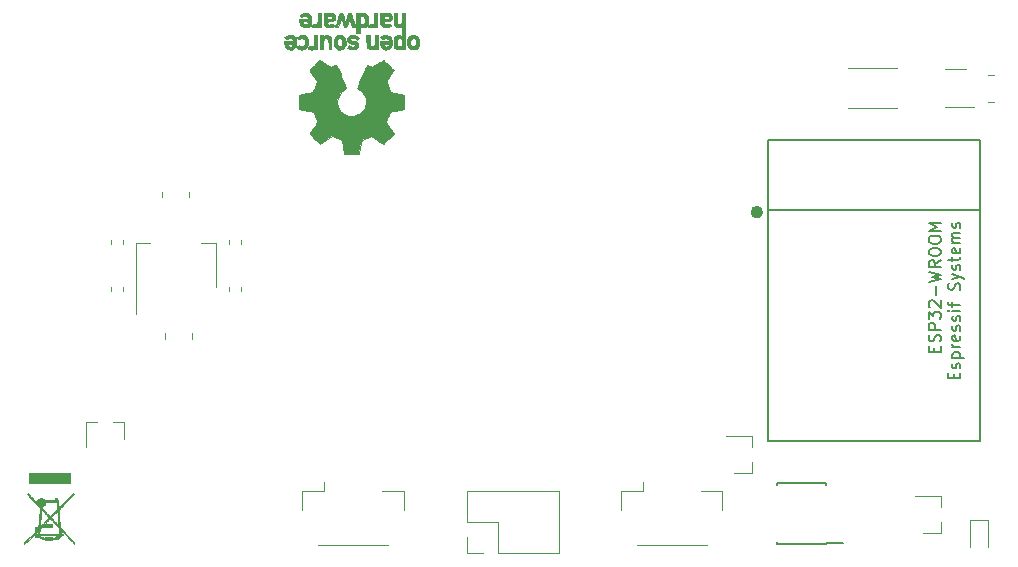
<source format=gbr>
G04 #@! TF.GenerationSoftware,KiCad,Pcbnew,(5.1.0)-1*
G04 #@! TF.CreationDate,2019-07-24T04:12:41+08:00*
G04 #@! TF.ProjectId,Power_Source,506f7765-725f-4536-9f75-7263652e6b69,rev?*
G04 #@! TF.SameCoordinates,Original*
G04 #@! TF.FileFunction,Legend,Top*
G04 #@! TF.FilePolarity,Positive*
%FSLAX46Y46*%
G04 Gerber Fmt 4.6, Leading zero omitted, Abs format (unit mm)*
G04 Created by KiCad (PCBNEW (5.1.0)-1) date 2019-07-24 04:12:41*
%MOMM*%
%LPD*%
G04 APERTURE LIST*
%ADD10C,0.010000*%
%ADD11C,0.120000*%
%ADD12C,0.150000*%
%ADD13C,0.500000*%
G04 APERTURE END LIST*
D10*
G36*
X107855570Y-122995152D02*
G01*
X107856189Y-122908069D01*
X108307914Y-122449109D01*
X108759639Y-121990148D01*
X108759968Y-121779529D01*
X108760297Y-121568911D01*
X109035390Y-121568911D01*
X109042478Y-121515470D01*
X109045162Y-121491112D01*
X109049687Y-121445241D01*
X109055809Y-121380595D01*
X109063288Y-121299909D01*
X109071881Y-121205919D01*
X109081346Y-121101363D01*
X109091442Y-120988975D01*
X109101926Y-120871493D01*
X109112556Y-120751652D01*
X109123091Y-120632189D01*
X109133287Y-120515841D01*
X109142905Y-120405343D01*
X109151700Y-120303431D01*
X109159432Y-120212842D01*
X109165858Y-120136313D01*
X109170737Y-120076579D01*
X109173825Y-120036376D01*
X109174883Y-120018441D01*
X109174882Y-120018356D01*
X109167173Y-120003965D01*
X109144019Y-119974252D01*
X109105105Y-119928869D01*
X109050116Y-119867471D01*
X108978736Y-119789712D01*
X108890651Y-119695246D01*
X108785546Y-119583728D01*
X108663105Y-119454812D01*
X108628690Y-119418713D01*
X108082863Y-118846584D01*
X108171119Y-118758564D01*
X108242515Y-118836242D01*
X108268634Y-118864314D01*
X108309434Y-118907726D01*
X108362223Y-118963634D01*
X108424309Y-119029192D01*
X108493000Y-119101559D01*
X108565604Y-119177888D01*
X108609040Y-119223476D01*
X108690584Y-119308881D01*
X108756496Y-119377290D01*
X108808456Y-119429947D01*
X108848145Y-119468095D01*
X108877243Y-119492980D01*
X108897431Y-119505844D01*
X108910390Y-119507932D01*
X108917800Y-119500487D01*
X108921342Y-119484754D01*
X108922697Y-119461977D01*
X108922879Y-119455761D01*
X108932297Y-119412939D01*
X108955503Y-119361181D01*
X108987864Y-119308672D01*
X109024748Y-119263597D01*
X109039507Y-119249672D01*
X109115233Y-119200953D01*
X109203692Y-119173694D01*
X109281900Y-119167227D01*
X109370532Y-119179424D01*
X109452388Y-119215187D01*
X109524836Y-119273278D01*
X109538203Y-119287738D01*
X109587082Y-119343267D01*
X110432674Y-119343267D01*
X110432674Y-119167227D01*
X110659010Y-119167227D01*
X110659010Y-119249469D01*
X110661850Y-119305614D01*
X110671393Y-119344584D01*
X110682991Y-119365781D01*
X110691277Y-119380948D01*
X110698373Y-119402938D01*
X110704748Y-119435013D01*
X110710872Y-119480431D01*
X110717216Y-119542452D01*
X110724250Y-119624338D01*
X110729066Y-119685254D01*
X110751161Y-119970657D01*
X111293565Y-119421195D01*
X111391637Y-119321772D01*
X111485784Y-119226185D01*
X111574285Y-119136190D01*
X111655420Y-119053543D01*
X111727469Y-118979999D01*
X111788712Y-118917316D01*
X111837427Y-118867248D01*
X111871896Y-118831552D01*
X111890379Y-118812005D01*
X111920743Y-118781056D01*
X111946071Y-118759470D01*
X111959695Y-118752277D01*
X111977095Y-118760703D01*
X112002460Y-118781755D01*
X112011058Y-118790329D01*
X112047514Y-118828380D01*
X111846802Y-119032342D01*
X111795596Y-119084301D01*
X111729569Y-119151180D01*
X111651618Y-119230050D01*
X111564638Y-119317986D01*
X111471526Y-119412059D01*
X111375179Y-119509342D01*
X111278492Y-119606907D01*
X111209134Y-119676855D01*
X111103703Y-119783450D01*
X111015129Y-119873693D01*
X110942281Y-119948808D01*
X110884023Y-120010014D01*
X110839225Y-120058534D01*
X110817021Y-120083871D01*
X110638724Y-120083871D01*
X110616401Y-119798445D01*
X110609669Y-119714781D01*
X110603157Y-119638273D01*
X110597234Y-119572919D01*
X110592268Y-119522719D01*
X110588629Y-119491671D01*
X110587458Y-119484727D01*
X110580838Y-119456435D01*
X109631364Y-119456435D01*
X109625026Y-119535394D01*
X109605890Y-119628685D01*
X109565846Y-119711209D01*
X109507418Y-119779962D01*
X109433129Y-119831937D01*
X109349748Y-119863137D01*
X109322698Y-119877772D01*
X109309156Y-119909181D01*
X109308872Y-119910566D01*
X109307247Y-119923826D01*
X109309256Y-119937405D01*
X109316858Y-119953819D01*
X109332016Y-119975589D01*
X109356688Y-120005233D01*
X109392836Y-120045268D01*
X109442420Y-120098215D01*
X109507401Y-120166591D01*
X109511599Y-120170995D01*
X109581493Y-120244389D01*
X109655800Y-120322563D01*
X109729414Y-120400136D01*
X109797229Y-120471725D01*
X109854140Y-120531949D01*
X109866832Y-120545413D01*
X109915487Y-120596180D01*
X109958709Y-120639625D01*
X109993395Y-120672759D01*
X110016444Y-120692595D01*
X110024182Y-120696954D01*
X110035722Y-120687830D01*
X110062710Y-120662800D01*
X110103021Y-120623948D01*
X110154529Y-120573357D01*
X110215109Y-120513112D01*
X110282636Y-120445296D01*
X110337826Y-120389435D01*
X110638724Y-120083871D01*
X110817021Y-120083871D01*
X110806751Y-120095589D01*
X110785471Y-120122401D01*
X110774251Y-120140192D01*
X110771754Y-120148430D01*
X110772700Y-120166410D01*
X110775573Y-120207108D01*
X110780187Y-120268181D01*
X110786358Y-120347287D01*
X110793898Y-120442086D01*
X110802621Y-120550233D01*
X110812343Y-120669388D01*
X110822876Y-120797209D01*
X110831365Y-120899365D01*
X110879396Y-121475326D01*
X110755805Y-121475326D01*
X110755273Y-121462896D01*
X110752769Y-121427890D01*
X110748496Y-121372785D01*
X110742653Y-121300057D01*
X110735443Y-121212186D01*
X110727066Y-121111649D01*
X110717723Y-121000923D01*
X110708758Y-120895795D01*
X110698602Y-120776517D01*
X110689142Y-120663920D01*
X110680596Y-120560695D01*
X110673179Y-120469527D01*
X110667108Y-120393105D01*
X110662601Y-120334117D01*
X110659873Y-120295251D01*
X110659116Y-120280156D01*
X110657935Y-120270762D01*
X110653256Y-120267034D01*
X110643276Y-120270529D01*
X110626190Y-120282801D01*
X110600196Y-120305406D01*
X110563490Y-120339900D01*
X110514267Y-120387838D01*
X110450726Y-120450776D01*
X110383305Y-120518032D01*
X110107601Y-120793523D01*
X110109533Y-120795594D01*
X109927290Y-120795594D01*
X109918984Y-120784220D01*
X109895733Y-120757437D01*
X109859865Y-120717708D01*
X109813713Y-120667493D01*
X109759606Y-120609254D01*
X109699874Y-120545453D01*
X109636848Y-120478551D01*
X109572858Y-120411010D01*
X109510236Y-120345290D01*
X109451310Y-120283854D01*
X109398412Y-120229163D01*
X109353872Y-120183678D01*
X109320020Y-120149862D01*
X109299188Y-120130174D01*
X109293506Y-120126163D01*
X109291634Y-120139109D01*
X109287746Y-120174866D01*
X109282057Y-120231196D01*
X109274781Y-120305860D01*
X109266131Y-120396620D01*
X109256322Y-120501238D01*
X109245566Y-120617474D01*
X109234079Y-120743092D01*
X109224907Y-120844382D01*
X109213174Y-120975721D01*
X109202335Y-121099448D01*
X109192570Y-121213319D01*
X109184063Y-121315089D01*
X109176995Y-121402513D01*
X109171549Y-121473347D01*
X109167908Y-121525347D01*
X109166253Y-121556268D01*
X109166442Y-121564297D01*
X109176334Y-121557146D01*
X109201524Y-121534159D01*
X109239810Y-121497561D01*
X109288989Y-121449578D01*
X109346861Y-121392434D01*
X109411222Y-121328353D01*
X109479871Y-121259562D01*
X109550605Y-121188284D01*
X109621222Y-121116745D01*
X109689520Y-121047170D01*
X109753296Y-120981783D01*
X109810350Y-120922809D01*
X109858478Y-120872473D01*
X109895478Y-120833001D01*
X109919148Y-120806617D01*
X109927290Y-120795594D01*
X110109533Y-120795594D01*
X110210409Y-120903705D01*
X110262768Y-120959623D01*
X110321535Y-121022052D01*
X110384385Y-121088557D01*
X110448995Y-121156702D01*
X110513042Y-121224052D01*
X110574203Y-121288172D01*
X110630153Y-121346628D01*
X110678570Y-121396982D01*
X110717130Y-121436802D01*
X110743509Y-121463650D01*
X110755384Y-121475092D01*
X110755805Y-121475326D01*
X110879396Y-121475326D01*
X110891401Y-121619274D01*
X111491938Y-122250842D01*
X112092475Y-122882411D01*
X112092034Y-122970685D01*
X112091592Y-123058960D01*
X111994583Y-122955334D01*
X111940291Y-122897537D01*
X111876192Y-122829632D01*
X111804016Y-122753428D01*
X111725492Y-122670731D01*
X111642349Y-122583347D01*
X111556319Y-122493085D01*
X111469130Y-122401750D01*
X111382513Y-122311151D01*
X111298197Y-122223093D01*
X111217912Y-122139385D01*
X111143387Y-122061833D01*
X111076354Y-121992243D01*
X111018541Y-121932424D01*
X110971679Y-121884182D01*
X110937496Y-121849324D01*
X110917724Y-121829657D01*
X110913390Y-121825884D01*
X110913092Y-121839008D01*
X110914731Y-121872611D01*
X110918023Y-121922120D01*
X110922682Y-121982963D01*
X110924682Y-122007268D01*
X110939577Y-122185049D01*
X110822955Y-122185049D01*
X110816934Y-122156757D01*
X110813863Y-122134382D01*
X110809548Y-122092283D01*
X110804488Y-122035822D01*
X110799181Y-121970365D01*
X110797344Y-121946138D01*
X110791927Y-121876579D01*
X110786459Y-121811982D01*
X110781488Y-121758452D01*
X110777561Y-121722090D01*
X110776675Y-121715491D01*
X110773334Y-121701944D01*
X110766101Y-121686086D01*
X110753440Y-121666139D01*
X110733811Y-121640327D01*
X110705678Y-121606871D01*
X110667502Y-121563993D01*
X110617746Y-121509917D01*
X110554871Y-121442864D01*
X110477341Y-121361057D01*
X110398251Y-121278050D01*
X110319564Y-121195906D01*
X110246112Y-121119831D01*
X110179724Y-121051675D01*
X110122227Y-120993288D01*
X110075451Y-120946519D01*
X110041224Y-120913218D01*
X110021373Y-120895233D01*
X110017140Y-120892558D01*
X110006003Y-120902259D01*
X109979971Y-120927559D01*
X109941570Y-120965918D01*
X109893328Y-121014800D01*
X109837770Y-121071666D01*
X109797592Y-121113094D01*
X109587831Y-121330000D01*
X110206337Y-121330000D01*
X110206337Y-121568911D01*
X109451881Y-121568911D01*
X109451881Y-121462458D01*
X109313565Y-121600346D01*
X109215447Y-121698160D01*
X109024357Y-121698160D01*
X109022529Y-121682730D01*
X109013277Y-121674133D01*
X108990950Y-121670387D01*
X108949895Y-121669511D01*
X108942624Y-121669505D01*
X108860891Y-121669505D01*
X108860891Y-121888828D01*
X108942624Y-121807821D01*
X108988730Y-121758572D01*
X109016306Y-121720841D01*
X109024357Y-121698160D01*
X109215447Y-121698160D01*
X109175248Y-121738234D01*
X109175248Y-121861048D01*
X109174863Y-121917550D01*
X109173100Y-121953495D01*
X109169050Y-121973470D01*
X109161801Y-121982063D01*
X109150870Y-121983861D01*
X109138712Y-121986502D01*
X109129727Y-121997088D01*
X109122826Y-122019619D01*
X109116924Y-122058091D01*
X109110935Y-122116502D01*
X109109013Y-122137896D01*
X109104852Y-122185049D01*
X110822955Y-122185049D01*
X110939577Y-122185049D01*
X111099109Y-122185049D01*
X111099109Y-122298218D01*
X111031314Y-122298218D01*
X110991662Y-122299304D01*
X110970116Y-122304546D01*
X110967480Y-122307666D01*
X110828616Y-122307666D01*
X110821308Y-122300538D01*
X110795993Y-122298338D01*
X110778908Y-122298218D01*
X110721881Y-122298218D01*
X110509221Y-122298218D01*
X109094698Y-122298218D01*
X109142542Y-122347214D01*
X109216850Y-122407676D01*
X109308816Y-122454309D01*
X109419998Y-122487751D01*
X109530471Y-122506247D01*
X109602773Y-122514878D01*
X109602773Y-122423960D01*
X110181188Y-122423960D01*
X110181188Y-122527107D01*
X110266065Y-122518504D01*
X110325368Y-122511244D01*
X110388551Y-122501621D01*
X110426386Y-122494748D01*
X110501832Y-122479593D01*
X110505526Y-122388905D01*
X110509221Y-122298218D01*
X110721881Y-122298218D01*
X110721881Y-122348515D01*
X110723544Y-122380024D01*
X110727697Y-122397537D01*
X110729371Y-122398812D01*
X110747987Y-122390746D01*
X110775183Y-122371180D01*
X110802448Y-122347056D01*
X110821267Y-122325318D01*
X110822943Y-122322492D01*
X110828616Y-122307666D01*
X110967480Y-122307666D01*
X110959662Y-122316919D01*
X110955442Y-122330396D01*
X110938219Y-122365373D01*
X110905138Y-122407421D01*
X110861893Y-122450644D01*
X110814174Y-122489146D01*
X110782830Y-122509199D01*
X110747123Y-122531149D01*
X110728819Y-122549589D01*
X110722388Y-122571332D01*
X110721894Y-122584282D01*
X110721894Y-122587425D01*
X110080594Y-122587425D01*
X110080594Y-122524554D01*
X109703367Y-122524554D01*
X109703367Y-122587425D01*
X110080594Y-122587425D01*
X110721894Y-122587425D01*
X110721881Y-122625148D01*
X110616048Y-122625148D01*
X110567355Y-122623971D01*
X110529405Y-122620835D01*
X110508308Y-122616329D01*
X110506023Y-122614505D01*
X110492641Y-122611705D01*
X110460074Y-122612852D01*
X110413916Y-122617607D01*
X110382376Y-122621997D01*
X110325188Y-122630622D01*
X110272886Y-122638409D01*
X110233582Y-122644153D01*
X110222055Y-122645785D01*
X110191937Y-122655112D01*
X110181188Y-122669728D01*
X110177920Y-122675680D01*
X110166230Y-122680222D01*
X110143288Y-122683530D01*
X110106265Y-122685785D01*
X110052332Y-122687166D01*
X109978660Y-122687850D01*
X109891980Y-122688020D01*
X109799471Y-122687923D01*
X109729094Y-122687470D01*
X109677836Y-122686410D01*
X109642680Y-122684497D01*
X109620611Y-122681481D01*
X109608615Y-122677115D01*
X109603676Y-122671151D01*
X109602773Y-122664216D01*
X109595079Y-122642205D01*
X109569879Y-122629679D01*
X109523991Y-122625212D01*
X109515736Y-122625148D01*
X109438027Y-122617132D01*
X109349767Y-122595064D01*
X109258915Y-122561916D01*
X109173430Y-122520661D01*
X109101274Y-122474269D01*
X109091928Y-122466918D01*
X109061467Y-122443002D01*
X109043428Y-122433424D01*
X109030831Y-122436520D01*
X109017900Y-122449296D01*
X108979707Y-122474322D01*
X108930002Y-122483929D01*
X108876476Y-122478933D01*
X108826822Y-122460149D01*
X108788733Y-122428394D01*
X108785975Y-122424703D01*
X108757474Y-122365425D01*
X108752172Y-122304066D01*
X108769482Y-122245573D01*
X108808820Y-122194896D01*
X108813630Y-122190711D01*
X108841560Y-122170833D01*
X108869898Y-122162079D01*
X108909737Y-122161447D01*
X108919689Y-122162008D01*
X108958668Y-122163438D01*
X108978746Y-122160161D01*
X108986015Y-122150272D01*
X108986760Y-122141039D01*
X108988284Y-122114256D01*
X108992065Y-122073975D01*
X108994782Y-122049876D01*
X108998723Y-122011599D01*
X108997084Y-121992004D01*
X108987579Y-121984842D01*
X108970649Y-121983861D01*
X108960608Y-121987099D01*
X108944410Y-121997580D01*
X108920855Y-122016452D01*
X108888743Y-122044865D01*
X108846872Y-122083965D01*
X108794043Y-122134903D01*
X108729055Y-122198827D01*
X108650709Y-122276886D01*
X108557803Y-122370228D01*
X108449137Y-122480002D01*
X108396769Y-122533048D01*
X107854951Y-123082233D01*
X107855570Y-122995152D01*
X107855570Y-122995152D01*
G37*
X107855570Y-122995152D02*
X107856189Y-122908069D01*
X108307914Y-122449109D01*
X108759639Y-121990148D01*
X108759968Y-121779529D01*
X108760297Y-121568911D01*
X109035390Y-121568911D01*
X109042478Y-121515470D01*
X109045162Y-121491112D01*
X109049687Y-121445241D01*
X109055809Y-121380595D01*
X109063288Y-121299909D01*
X109071881Y-121205919D01*
X109081346Y-121101363D01*
X109091442Y-120988975D01*
X109101926Y-120871493D01*
X109112556Y-120751652D01*
X109123091Y-120632189D01*
X109133287Y-120515841D01*
X109142905Y-120405343D01*
X109151700Y-120303431D01*
X109159432Y-120212842D01*
X109165858Y-120136313D01*
X109170737Y-120076579D01*
X109173825Y-120036376D01*
X109174883Y-120018441D01*
X109174882Y-120018356D01*
X109167173Y-120003965D01*
X109144019Y-119974252D01*
X109105105Y-119928869D01*
X109050116Y-119867471D01*
X108978736Y-119789712D01*
X108890651Y-119695246D01*
X108785546Y-119583728D01*
X108663105Y-119454812D01*
X108628690Y-119418713D01*
X108082863Y-118846584D01*
X108171119Y-118758564D01*
X108242515Y-118836242D01*
X108268634Y-118864314D01*
X108309434Y-118907726D01*
X108362223Y-118963634D01*
X108424309Y-119029192D01*
X108493000Y-119101559D01*
X108565604Y-119177888D01*
X108609040Y-119223476D01*
X108690584Y-119308881D01*
X108756496Y-119377290D01*
X108808456Y-119429947D01*
X108848145Y-119468095D01*
X108877243Y-119492980D01*
X108897431Y-119505844D01*
X108910390Y-119507932D01*
X108917800Y-119500487D01*
X108921342Y-119484754D01*
X108922697Y-119461977D01*
X108922879Y-119455761D01*
X108932297Y-119412939D01*
X108955503Y-119361181D01*
X108987864Y-119308672D01*
X109024748Y-119263597D01*
X109039507Y-119249672D01*
X109115233Y-119200953D01*
X109203692Y-119173694D01*
X109281900Y-119167227D01*
X109370532Y-119179424D01*
X109452388Y-119215187D01*
X109524836Y-119273278D01*
X109538203Y-119287738D01*
X109587082Y-119343267D01*
X110432674Y-119343267D01*
X110432674Y-119167227D01*
X110659010Y-119167227D01*
X110659010Y-119249469D01*
X110661850Y-119305614D01*
X110671393Y-119344584D01*
X110682991Y-119365781D01*
X110691277Y-119380948D01*
X110698373Y-119402938D01*
X110704748Y-119435013D01*
X110710872Y-119480431D01*
X110717216Y-119542452D01*
X110724250Y-119624338D01*
X110729066Y-119685254D01*
X110751161Y-119970657D01*
X111293565Y-119421195D01*
X111391637Y-119321772D01*
X111485784Y-119226185D01*
X111574285Y-119136190D01*
X111655420Y-119053543D01*
X111727469Y-118979999D01*
X111788712Y-118917316D01*
X111837427Y-118867248D01*
X111871896Y-118831552D01*
X111890379Y-118812005D01*
X111920743Y-118781056D01*
X111946071Y-118759470D01*
X111959695Y-118752277D01*
X111977095Y-118760703D01*
X112002460Y-118781755D01*
X112011058Y-118790329D01*
X112047514Y-118828380D01*
X111846802Y-119032342D01*
X111795596Y-119084301D01*
X111729569Y-119151180D01*
X111651618Y-119230050D01*
X111564638Y-119317986D01*
X111471526Y-119412059D01*
X111375179Y-119509342D01*
X111278492Y-119606907D01*
X111209134Y-119676855D01*
X111103703Y-119783450D01*
X111015129Y-119873693D01*
X110942281Y-119948808D01*
X110884023Y-120010014D01*
X110839225Y-120058534D01*
X110817021Y-120083871D01*
X110638724Y-120083871D01*
X110616401Y-119798445D01*
X110609669Y-119714781D01*
X110603157Y-119638273D01*
X110597234Y-119572919D01*
X110592268Y-119522719D01*
X110588629Y-119491671D01*
X110587458Y-119484727D01*
X110580838Y-119456435D01*
X109631364Y-119456435D01*
X109625026Y-119535394D01*
X109605890Y-119628685D01*
X109565846Y-119711209D01*
X109507418Y-119779962D01*
X109433129Y-119831937D01*
X109349748Y-119863137D01*
X109322698Y-119877772D01*
X109309156Y-119909181D01*
X109308872Y-119910566D01*
X109307247Y-119923826D01*
X109309256Y-119937405D01*
X109316858Y-119953819D01*
X109332016Y-119975589D01*
X109356688Y-120005233D01*
X109392836Y-120045268D01*
X109442420Y-120098215D01*
X109507401Y-120166591D01*
X109511599Y-120170995D01*
X109581493Y-120244389D01*
X109655800Y-120322563D01*
X109729414Y-120400136D01*
X109797229Y-120471725D01*
X109854140Y-120531949D01*
X109866832Y-120545413D01*
X109915487Y-120596180D01*
X109958709Y-120639625D01*
X109993395Y-120672759D01*
X110016444Y-120692595D01*
X110024182Y-120696954D01*
X110035722Y-120687830D01*
X110062710Y-120662800D01*
X110103021Y-120623948D01*
X110154529Y-120573357D01*
X110215109Y-120513112D01*
X110282636Y-120445296D01*
X110337826Y-120389435D01*
X110638724Y-120083871D01*
X110817021Y-120083871D01*
X110806751Y-120095589D01*
X110785471Y-120122401D01*
X110774251Y-120140192D01*
X110771754Y-120148430D01*
X110772700Y-120166410D01*
X110775573Y-120207108D01*
X110780187Y-120268181D01*
X110786358Y-120347287D01*
X110793898Y-120442086D01*
X110802621Y-120550233D01*
X110812343Y-120669388D01*
X110822876Y-120797209D01*
X110831365Y-120899365D01*
X110879396Y-121475326D01*
X110755805Y-121475326D01*
X110755273Y-121462896D01*
X110752769Y-121427890D01*
X110748496Y-121372785D01*
X110742653Y-121300057D01*
X110735443Y-121212186D01*
X110727066Y-121111649D01*
X110717723Y-121000923D01*
X110708758Y-120895795D01*
X110698602Y-120776517D01*
X110689142Y-120663920D01*
X110680596Y-120560695D01*
X110673179Y-120469527D01*
X110667108Y-120393105D01*
X110662601Y-120334117D01*
X110659873Y-120295251D01*
X110659116Y-120280156D01*
X110657935Y-120270762D01*
X110653256Y-120267034D01*
X110643276Y-120270529D01*
X110626190Y-120282801D01*
X110600196Y-120305406D01*
X110563490Y-120339900D01*
X110514267Y-120387838D01*
X110450726Y-120450776D01*
X110383305Y-120518032D01*
X110107601Y-120793523D01*
X110109533Y-120795594D01*
X109927290Y-120795594D01*
X109918984Y-120784220D01*
X109895733Y-120757437D01*
X109859865Y-120717708D01*
X109813713Y-120667493D01*
X109759606Y-120609254D01*
X109699874Y-120545453D01*
X109636848Y-120478551D01*
X109572858Y-120411010D01*
X109510236Y-120345290D01*
X109451310Y-120283854D01*
X109398412Y-120229163D01*
X109353872Y-120183678D01*
X109320020Y-120149862D01*
X109299188Y-120130174D01*
X109293506Y-120126163D01*
X109291634Y-120139109D01*
X109287746Y-120174866D01*
X109282057Y-120231196D01*
X109274781Y-120305860D01*
X109266131Y-120396620D01*
X109256322Y-120501238D01*
X109245566Y-120617474D01*
X109234079Y-120743092D01*
X109224907Y-120844382D01*
X109213174Y-120975721D01*
X109202335Y-121099448D01*
X109192570Y-121213319D01*
X109184063Y-121315089D01*
X109176995Y-121402513D01*
X109171549Y-121473347D01*
X109167908Y-121525347D01*
X109166253Y-121556268D01*
X109166442Y-121564297D01*
X109176334Y-121557146D01*
X109201524Y-121534159D01*
X109239810Y-121497561D01*
X109288989Y-121449578D01*
X109346861Y-121392434D01*
X109411222Y-121328353D01*
X109479871Y-121259562D01*
X109550605Y-121188284D01*
X109621222Y-121116745D01*
X109689520Y-121047170D01*
X109753296Y-120981783D01*
X109810350Y-120922809D01*
X109858478Y-120872473D01*
X109895478Y-120833001D01*
X109919148Y-120806617D01*
X109927290Y-120795594D01*
X110109533Y-120795594D01*
X110210409Y-120903705D01*
X110262768Y-120959623D01*
X110321535Y-121022052D01*
X110384385Y-121088557D01*
X110448995Y-121156702D01*
X110513042Y-121224052D01*
X110574203Y-121288172D01*
X110630153Y-121346628D01*
X110678570Y-121396982D01*
X110717130Y-121436802D01*
X110743509Y-121463650D01*
X110755384Y-121475092D01*
X110755805Y-121475326D01*
X110879396Y-121475326D01*
X110891401Y-121619274D01*
X111491938Y-122250842D01*
X112092475Y-122882411D01*
X112092034Y-122970685D01*
X112091592Y-123058960D01*
X111994583Y-122955334D01*
X111940291Y-122897537D01*
X111876192Y-122829632D01*
X111804016Y-122753428D01*
X111725492Y-122670731D01*
X111642349Y-122583347D01*
X111556319Y-122493085D01*
X111469130Y-122401750D01*
X111382513Y-122311151D01*
X111298197Y-122223093D01*
X111217912Y-122139385D01*
X111143387Y-122061833D01*
X111076354Y-121992243D01*
X111018541Y-121932424D01*
X110971679Y-121884182D01*
X110937496Y-121849324D01*
X110917724Y-121829657D01*
X110913390Y-121825884D01*
X110913092Y-121839008D01*
X110914731Y-121872611D01*
X110918023Y-121922120D01*
X110922682Y-121982963D01*
X110924682Y-122007268D01*
X110939577Y-122185049D01*
X110822955Y-122185049D01*
X110816934Y-122156757D01*
X110813863Y-122134382D01*
X110809548Y-122092283D01*
X110804488Y-122035822D01*
X110799181Y-121970365D01*
X110797344Y-121946138D01*
X110791927Y-121876579D01*
X110786459Y-121811982D01*
X110781488Y-121758452D01*
X110777561Y-121722090D01*
X110776675Y-121715491D01*
X110773334Y-121701944D01*
X110766101Y-121686086D01*
X110753440Y-121666139D01*
X110733811Y-121640327D01*
X110705678Y-121606871D01*
X110667502Y-121563993D01*
X110617746Y-121509917D01*
X110554871Y-121442864D01*
X110477341Y-121361057D01*
X110398251Y-121278050D01*
X110319564Y-121195906D01*
X110246112Y-121119831D01*
X110179724Y-121051675D01*
X110122227Y-120993288D01*
X110075451Y-120946519D01*
X110041224Y-120913218D01*
X110021373Y-120895233D01*
X110017140Y-120892558D01*
X110006003Y-120902259D01*
X109979971Y-120927559D01*
X109941570Y-120965918D01*
X109893328Y-121014800D01*
X109837770Y-121071666D01*
X109797592Y-121113094D01*
X109587831Y-121330000D01*
X110206337Y-121330000D01*
X110206337Y-121568911D01*
X109451881Y-121568911D01*
X109451881Y-121462458D01*
X109313565Y-121600346D01*
X109215447Y-121698160D01*
X109024357Y-121698160D01*
X109022529Y-121682730D01*
X109013277Y-121674133D01*
X108990950Y-121670387D01*
X108949895Y-121669511D01*
X108942624Y-121669505D01*
X108860891Y-121669505D01*
X108860891Y-121888828D01*
X108942624Y-121807821D01*
X108988730Y-121758572D01*
X109016306Y-121720841D01*
X109024357Y-121698160D01*
X109215447Y-121698160D01*
X109175248Y-121738234D01*
X109175248Y-121861048D01*
X109174863Y-121917550D01*
X109173100Y-121953495D01*
X109169050Y-121973470D01*
X109161801Y-121982063D01*
X109150870Y-121983861D01*
X109138712Y-121986502D01*
X109129727Y-121997088D01*
X109122826Y-122019619D01*
X109116924Y-122058091D01*
X109110935Y-122116502D01*
X109109013Y-122137896D01*
X109104852Y-122185049D01*
X110822955Y-122185049D01*
X110939577Y-122185049D01*
X111099109Y-122185049D01*
X111099109Y-122298218D01*
X111031314Y-122298218D01*
X110991662Y-122299304D01*
X110970116Y-122304546D01*
X110967480Y-122307666D01*
X110828616Y-122307666D01*
X110821308Y-122300538D01*
X110795993Y-122298338D01*
X110778908Y-122298218D01*
X110721881Y-122298218D01*
X110509221Y-122298218D01*
X109094698Y-122298218D01*
X109142542Y-122347214D01*
X109216850Y-122407676D01*
X109308816Y-122454309D01*
X109419998Y-122487751D01*
X109530471Y-122506247D01*
X109602773Y-122514878D01*
X109602773Y-122423960D01*
X110181188Y-122423960D01*
X110181188Y-122527107D01*
X110266065Y-122518504D01*
X110325368Y-122511244D01*
X110388551Y-122501621D01*
X110426386Y-122494748D01*
X110501832Y-122479593D01*
X110505526Y-122388905D01*
X110509221Y-122298218D01*
X110721881Y-122298218D01*
X110721881Y-122348515D01*
X110723544Y-122380024D01*
X110727697Y-122397537D01*
X110729371Y-122398812D01*
X110747987Y-122390746D01*
X110775183Y-122371180D01*
X110802448Y-122347056D01*
X110821267Y-122325318D01*
X110822943Y-122322492D01*
X110828616Y-122307666D01*
X110967480Y-122307666D01*
X110959662Y-122316919D01*
X110955442Y-122330396D01*
X110938219Y-122365373D01*
X110905138Y-122407421D01*
X110861893Y-122450644D01*
X110814174Y-122489146D01*
X110782830Y-122509199D01*
X110747123Y-122531149D01*
X110728819Y-122549589D01*
X110722388Y-122571332D01*
X110721894Y-122584282D01*
X110721894Y-122587425D01*
X110080594Y-122587425D01*
X110080594Y-122524554D01*
X109703367Y-122524554D01*
X109703367Y-122587425D01*
X110080594Y-122587425D01*
X110721894Y-122587425D01*
X110721881Y-122625148D01*
X110616048Y-122625148D01*
X110567355Y-122623971D01*
X110529405Y-122620835D01*
X110508308Y-122616329D01*
X110506023Y-122614505D01*
X110492641Y-122611705D01*
X110460074Y-122612852D01*
X110413916Y-122617607D01*
X110382376Y-122621997D01*
X110325188Y-122630622D01*
X110272886Y-122638409D01*
X110233582Y-122644153D01*
X110222055Y-122645785D01*
X110191937Y-122655112D01*
X110181188Y-122669728D01*
X110177920Y-122675680D01*
X110166230Y-122680222D01*
X110143288Y-122683530D01*
X110106265Y-122685785D01*
X110052332Y-122687166D01*
X109978660Y-122687850D01*
X109891980Y-122688020D01*
X109799471Y-122687923D01*
X109729094Y-122687470D01*
X109677836Y-122686410D01*
X109642680Y-122684497D01*
X109620611Y-122681481D01*
X109608615Y-122677115D01*
X109603676Y-122671151D01*
X109602773Y-122664216D01*
X109595079Y-122642205D01*
X109569879Y-122629679D01*
X109523991Y-122625212D01*
X109515736Y-122625148D01*
X109438027Y-122617132D01*
X109349767Y-122595064D01*
X109258915Y-122561916D01*
X109173430Y-122520661D01*
X109101274Y-122474269D01*
X109091928Y-122466918D01*
X109061467Y-122443002D01*
X109043428Y-122433424D01*
X109030831Y-122436520D01*
X109017900Y-122449296D01*
X108979707Y-122474322D01*
X108930002Y-122483929D01*
X108876476Y-122478933D01*
X108826822Y-122460149D01*
X108788733Y-122428394D01*
X108785975Y-122424703D01*
X108757474Y-122365425D01*
X108752172Y-122304066D01*
X108769482Y-122245573D01*
X108808820Y-122194896D01*
X108813630Y-122190711D01*
X108841560Y-122170833D01*
X108869898Y-122162079D01*
X108909737Y-122161447D01*
X108919689Y-122162008D01*
X108958668Y-122163438D01*
X108978746Y-122160161D01*
X108986015Y-122150272D01*
X108986760Y-122141039D01*
X108988284Y-122114256D01*
X108992065Y-122073975D01*
X108994782Y-122049876D01*
X108998723Y-122011599D01*
X108997084Y-121992004D01*
X108987579Y-121984842D01*
X108970649Y-121983861D01*
X108960608Y-121987099D01*
X108944410Y-121997580D01*
X108920855Y-122016452D01*
X108888743Y-122044865D01*
X108846872Y-122083965D01*
X108794043Y-122134903D01*
X108729055Y-122198827D01*
X108650709Y-122276886D01*
X108557803Y-122370228D01*
X108449137Y-122480002D01*
X108396769Y-122533048D01*
X107854951Y-123082233D01*
X107855570Y-122995152D01*
G36*
X108232178Y-117042178D02*
G01*
X111752971Y-117042178D01*
X111752971Y-117909802D01*
X108232178Y-117909802D01*
X108232178Y-117042178D01*
X108232178Y-117042178D01*
G37*
X108232178Y-117042178D02*
X111752971Y-117042178D01*
X111752971Y-117909802D01*
X108232178Y-117909802D01*
X108232178Y-117042178D01*
G36*
X134833465Y-89426828D02*
G01*
X134720883Y-88829637D01*
X134305469Y-88658390D01*
X133890056Y-88487143D01*
X133391698Y-88826022D01*
X133252132Y-88920378D01*
X133125972Y-89004625D01*
X133019105Y-89074917D01*
X132937418Y-89127408D01*
X132886799Y-89158251D01*
X132873014Y-89164902D01*
X132848180Y-89147797D01*
X132795112Y-89100511D01*
X132719760Y-89029083D01*
X132628071Y-88939555D01*
X132525993Y-88837966D01*
X132419474Y-88730357D01*
X132314464Y-88622768D01*
X132216909Y-88521240D01*
X132132758Y-88431814D01*
X132067960Y-88360529D01*
X132028462Y-88313427D01*
X132019020Y-88297663D01*
X132032609Y-88268602D01*
X132070707Y-88204934D01*
X132129306Y-88112888D01*
X132204403Y-87998691D01*
X132291991Y-87868571D01*
X132342746Y-87794354D01*
X132435255Y-87658833D01*
X132517460Y-87536539D01*
X132585370Y-87433560D01*
X132635000Y-87355982D01*
X132662360Y-87309894D01*
X132666471Y-87300208D01*
X132657151Y-87272681D01*
X132631746Y-87208527D01*
X132594089Y-87116765D01*
X132548014Y-87006416D01*
X132497354Y-86886500D01*
X132445941Y-86766036D01*
X132397611Y-86654046D01*
X132356194Y-86559548D01*
X132325526Y-86491563D01*
X132309438Y-86459112D01*
X132308489Y-86457835D01*
X132283228Y-86451638D01*
X132215954Y-86437815D01*
X132113640Y-86417723D01*
X131983259Y-86392721D01*
X131831784Y-86364169D01*
X131743406Y-86347704D01*
X131581548Y-86316886D01*
X131435351Y-86287561D01*
X131312213Y-86261334D01*
X131219531Y-86239809D01*
X131164699Y-86224590D01*
X131153677Y-86219762D01*
X131142881Y-86187081D01*
X131134171Y-86113270D01*
X131127540Y-86006963D01*
X131122982Y-85876788D01*
X131120491Y-85731379D01*
X131120062Y-85579365D01*
X131121689Y-85429378D01*
X131125365Y-85290049D01*
X131131085Y-85170010D01*
X131138842Y-85077890D01*
X131148632Y-85022323D01*
X131154504Y-85010755D01*
X131189601Y-84996890D01*
X131263972Y-84977067D01*
X131367777Y-84953616D01*
X131491181Y-84928864D01*
X131534259Y-84920857D01*
X131741953Y-84882814D01*
X131906016Y-84852176D01*
X132031870Y-84827726D01*
X132124935Y-84808246D01*
X132190633Y-84792519D01*
X132234383Y-84779327D01*
X132261608Y-84767451D01*
X132277728Y-84755675D01*
X132279983Y-84753347D01*
X132302497Y-84715855D01*
X132336842Y-84642890D01*
X132379589Y-84543388D01*
X132427308Y-84426282D01*
X132476570Y-84300507D01*
X132523945Y-84174998D01*
X132566005Y-84058690D01*
X132599320Y-83960516D01*
X132620459Y-83889412D01*
X132625995Y-83854313D01*
X132625534Y-83853083D01*
X132606777Y-83824394D01*
X132564224Y-83761270D01*
X132502347Y-83670282D01*
X132425618Y-83558000D01*
X132338509Y-83430995D01*
X132313701Y-83394902D01*
X132225247Y-83264052D01*
X132147412Y-83144664D01*
X132084434Y-83043593D01*
X132040555Y-82967696D01*
X132020015Y-82923828D01*
X132019020Y-82918438D01*
X132036278Y-82890111D01*
X132083964Y-82833994D01*
X132155950Y-82756118D01*
X132246103Y-82662515D01*
X132348295Y-82559214D01*
X132456394Y-82452249D01*
X132564272Y-82347649D01*
X132665796Y-82251446D01*
X132754838Y-82169671D01*
X132825267Y-82108355D01*
X132870953Y-82073529D01*
X132883591Y-82067843D01*
X132913009Y-82081235D01*
X132973239Y-82117356D01*
X133054470Y-82170119D01*
X133116970Y-82212588D01*
X133230215Y-82290515D01*
X133364326Y-82382271D01*
X133498845Y-82473880D01*
X133571167Y-82522909D01*
X133815962Y-82688485D01*
X134021449Y-82577380D01*
X134115064Y-82528707D01*
X134194670Y-82490874D01*
X134248533Y-82469297D01*
X134262243Y-82466294D01*
X134278730Y-82488462D01*
X134311255Y-82551106D01*
X134357391Y-82648446D01*
X134414710Y-82774706D01*
X134480784Y-82924105D01*
X134553185Y-83090867D01*
X134629484Y-83269213D01*
X134707254Y-83453364D01*
X134784066Y-83637543D01*
X134857494Y-83815970D01*
X134925108Y-83982868D01*
X134984480Y-84132458D01*
X135033184Y-84258962D01*
X135068790Y-84356601D01*
X135088870Y-84419598D01*
X135092100Y-84441234D01*
X135066504Y-84468831D01*
X135010461Y-84513630D01*
X134935689Y-84566321D01*
X134929413Y-84570490D01*
X134736155Y-84725186D01*
X134580326Y-84905664D01*
X134463276Y-85106153D01*
X134386355Y-85320881D01*
X134350914Y-85544078D01*
X134358303Y-85769974D01*
X134409873Y-85992796D01*
X134506974Y-86206776D01*
X134535542Y-86253591D01*
X134684132Y-86442637D01*
X134859673Y-86594443D01*
X135056090Y-86708221D01*
X135267307Y-86783180D01*
X135487247Y-86818533D01*
X135709837Y-86813488D01*
X135928999Y-86767256D01*
X136138658Y-86679049D01*
X136332739Y-86548076D01*
X136392774Y-86494918D01*
X136545565Y-86328516D01*
X136656903Y-86153343D01*
X136733277Y-85956989D01*
X136775813Y-85762538D01*
X136786314Y-85543913D01*
X136751299Y-85324203D01*
X136674327Y-85110835D01*
X136558953Y-84911233D01*
X136408734Y-84732826D01*
X136227227Y-84583038D01*
X136203373Y-84567249D01*
X136127799Y-84515543D01*
X136070349Y-84470743D01*
X136042883Y-84442138D01*
X136042483Y-84441234D01*
X136048380Y-84410291D01*
X136071755Y-84340064D01*
X136110179Y-84236330D01*
X136161223Y-84104865D01*
X136222458Y-83951448D01*
X136291456Y-83781854D01*
X136365786Y-83601862D01*
X136443022Y-83417247D01*
X136520732Y-83233787D01*
X136596489Y-83057259D01*
X136667863Y-82893441D01*
X136732426Y-82748108D01*
X136787748Y-82627038D01*
X136831400Y-82536008D01*
X136860954Y-82480795D01*
X136872856Y-82466294D01*
X136909223Y-82477586D01*
X136977270Y-82507870D01*
X137065263Y-82551735D01*
X137113649Y-82577380D01*
X137319137Y-82688485D01*
X137563932Y-82522909D01*
X137688894Y-82438085D01*
X137825705Y-82344739D01*
X137953911Y-82256847D01*
X138018129Y-82212588D01*
X138108449Y-82151937D01*
X138184929Y-82103874D01*
X138237593Y-82074485D01*
X138254698Y-82068273D01*
X138279595Y-82085032D01*
X138334695Y-82131819D01*
X138414657Y-82203775D01*
X138514139Y-82296043D01*
X138627800Y-82403765D01*
X138699685Y-82472929D01*
X138825449Y-82596498D01*
X138934137Y-82707021D01*
X139021355Y-82799770D01*
X139082711Y-82870018D01*
X139113809Y-82913035D01*
X139116792Y-82921765D01*
X139102947Y-82954971D01*
X139064688Y-83022113D01*
X139006258Y-83116392D01*
X138931903Y-83231010D01*
X138845865Y-83359172D01*
X138821397Y-83394902D01*
X138732245Y-83524766D01*
X138652262Y-83641686D01*
X138585920Y-83739093D01*
X138537689Y-83810416D01*
X138512043Y-83849085D01*
X138509565Y-83853083D01*
X138513271Y-83883900D01*
X138532939Y-83951656D01*
X138565140Y-84047416D01*
X138606445Y-84162246D01*
X138653425Y-84287211D01*
X138702651Y-84413376D01*
X138750692Y-84531807D01*
X138794119Y-84633570D01*
X138829504Y-84709729D01*
X138853416Y-84751351D01*
X138855116Y-84753347D01*
X138869738Y-84765242D01*
X138894435Y-84777005D01*
X138934628Y-84789854D01*
X138995737Y-84805006D01*
X139083183Y-84823679D01*
X139202388Y-84847090D01*
X139358773Y-84876458D01*
X139557757Y-84913000D01*
X139600840Y-84920857D01*
X139728529Y-84945528D01*
X139839847Y-84969662D01*
X139924955Y-84990931D01*
X139974017Y-85007007D01*
X139980595Y-85010755D01*
X139991436Y-85043982D01*
X140000247Y-85118234D01*
X140007024Y-85224879D01*
X140011760Y-85355288D01*
X140014450Y-85500828D01*
X140015087Y-85652869D01*
X140013666Y-85802779D01*
X140010180Y-85941927D01*
X140004624Y-86061683D01*
X139996992Y-86153414D01*
X139987278Y-86208489D01*
X139981422Y-86219762D01*
X139948820Y-86231132D01*
X139874582Y-86249631D01*
X139766104Y-86273653D01*
X139630783Y-86301593D01*
X139476015Y-86331847D01*
X139391692Y-86347704D01*
X139231704Y-86377611D01*
X139089033Y-86404705D01*
X138970652Y-86427624D01*
X138883535Y-86445012D01*
X138834655Y-86455508D01*
X138826610Y-86457835D01*
X138813013Y-86484069D01*
X138784271Y-86547260D01*
X138744215Y-86638378D01*
X138696676Y-86748398D01*
X138645485Y-86868290D01*
X138594474Y-86989028D01*
X138547474Y-87101584D01*
X138508316Y-87196929D01*
X138480831Y-87266038D01*
X138468851Y-87299881D01*
X138468628Y-87301360D01*
X138482209Y-87328058D01*
X138520285Y-87389495D01*
X138578853Y-87479566D01*
X138653912Y-87592165D01*
X138741460Y-87721185D01*
X138792353Y-87795294D01*
X138885091Y-87931178D01*
X138967459Y-88054546D01*
X139035439Y-88159158D01*
X139085012Y-88238772D01*
X139112158Y-88287148D01*
X139116079Y-88297993D01*
X139099225Y-88323235D01*
X139052632Y-88377131D01*
X138982251Y-88453642D01*
X138894035Y-88546732D01*
X138793935Y-88650360D01*
X138687902Y-88758491D01*
X138581889Y-88865085D01*
X138481848Y-88964105D01*
X138393730Y-89049513D01*
X138323487Y-89115270D01*
X138277072Y-89155339D01*
X138261544Y-89164902D01*
X138236261Y-89151455D01*
X138175789Y-89113680D01*
X138086008Y-89055420D01*
X137972797Y-88980521D01*
X137842036Y-88892830D01*
X137743400Y-88826022D01*
X137245043Y-88487143D01*
X136829629Y-88658390D01*
X136414216Y-88829637D01*
X136301634Y-89426828D01*
X136189051Y-90024020D01*
X134946048Y-90024020D01*
X134833465Y-89426828D01*
X134833465Y-89426828D01*
G37*
X134833465Y-89426828D02*
X134720883Y-88829637D01*
X134305469Y-88658390D01*
X133890056Y-88487143D01*
X133391698Y-88826022D01*
X133252132Y-88920378D01*
X133125972Y-89004625D01*
X133019105Y-89074917D01*
X132937418Y-89127408D01*
X132886799Y-89158251D01*
X132873014Y-89164902D01*
X132848180Y-89147797D01*
X132795112Y-89100511D01*
X132719760Y-89029083D01*
X132628071Y-88939555D01*
X132525993Y-88837966D01*
X132419474Y-88730357D01*
X132314464Y-88622768D01*
X132216909Y-88521240D01*
X132132758Y-88431814D01*
X132067960Y-88360529D01*
X132028462Y-88313427D01*
X132019020Y-88297663D01*
X132032609Y-88268602D01*
X132070707Y-88204934D01*
X132129306Y-88112888D01*
X132204403Y-87998691D01*
X132291991Y-87868571D01*
X132342746Y-87794354D01*
X132435255Y-87658833D01*
X132517460Y-87536539D01*
X132585370Y-87433560D01*
X132635000Y-87355982D01*
X132662360Y-87309894D01*
X132666471Y-87300208D01*
X132657151Y-87272681D01*
X132631746Y-87208527D01*
X132594089Y-87116765D01*
X132548014Y-87006416D01*
X132497354Y-86886500D01*
X132445941Y-86766036D01*
X132397611Y-86654046D01*
X132356194Y-86559548D01*
X132325526Y-86491563D01*
X132309438Y-86459112D01*
X132308489Y-86457835D01*
X132283228Y-86451638D01*
X132215954Y-86437815D01*
X132113640Y-86417723D01*
X131983259Y-86392721D01*
X131831784Y-86364169D01*
X131743406Y-86347704D01*
X131581548Y-86316886D01*
X131435351Y-86287561D01*
X131312213Y-86261334D01*
X131219531Y-86239809D01*
X131164699Y-86224590D01*
X131153677Y-86219762D01*
X131142881Y-86187081D01*
X131134171Y-86113270D01*
X131127540Y-86006963D01*
X131122982Y-85876788D01*
X131120491Y-85731379D01*
X131120062Y-85579365D01*
X131121689Y-85429378D01*
X131125365Y-85290049D01*
X131131085Y-85170010D01*
X131138842Y-85077890D01*
X131148632Y-85022323D01*
X131154504Y-85010755D01*
X131189601Y-84996890D01*
X131263972Y-84977067D01*
X131367777Y-84953616D01*
X131491181Y-84928864D01*
X131534259Y-84920857D01*
X131741953Y-84882814D01*
X131906016Y-84852176D01*
X132031870Y-84827726D01*
X132124935Y-84808246D01*
X132190633Y-84792519D01*
X132234383Y-84779327D01*
X132261608Y-84767451D01*
X132277728Y-84755675D01*
X132279983Y-84753347D01*
X132302497Y-84715855D01*
X132336842Y-84642890D01*
X132379589Y-84543388D01*
X132427308Y-84426282D01*
X132476570Y-84300507D01*
X132523945Y-84174998D01*
X132566005Y-84058690D01*
X132599320Y-83960516D01*
X132620459Y-83889412D01*
X132625995Y-83854313D01*
X132625534Y-83853083D01*
X132606777Y-83824394D01*
X132564224Y-83761270D01*
X132502347Y-83670282D01*
X132425618Y-83558000D01*
X132338509Y-83430995D01*
X132313701Y-83394902D01*
X132225247Y-83264052D01*
X132147412Y-83144664D01*
X132084434Y-83043593D01*
X132040555Y-82967696D01*
X132020015Y-82923828D01*
X132019020Y-82918438D01*
X132036278Y-82890111D01*
X132083964Y-82833994D01*
X132155950Y-82756118D01*
X132246103Y-82662515D01*
X132348295Y-82559214D01*
X132456394Y-82452249D01*
X132564272Y-82347649D01*
X132665796Y-82251446D01*
X132754838Y-82169671D01*
X132825267Y-82108355D01*
X132870953Y-82073529D01*
X132883591Y-82067843D01*
X132913009Y-82081235D01*
X132973239Y-82117356D01*
X133054470Y-82170119D01*
X133116970Y-82212588D01*
X133230215Y-82290515D01*
X133364326Y-82382271D01*
X133498845Y-82473880D01*
X133571167Y-82522909D01*
X133815962Y-82688485D01*
X134021449Y-82577380D01*
X134115064Y-82528707D01*
X134194670Y-82490874D01*
X134248533Y-82469297D01*
X134262243Y-82466294D01*
X134278730Y-82488462D01*
X134311255Y-82551106D01*
X134357391Y-82648446D01*
X134414710Y-82774706D01*
X134480784Y-82924105D01*
X134553185Y-83090867D01*
X134629484Y-83269213D01*
X134707254Y-83453364D01*
X134784066Y-83637543D01*
X134857494Y-83815970D01*
X134925108Y-83982868D01*
X134984480Y-84132458D01*
X135033184Y-84258962D01*
X135068790Y-84356601D01*
X135088870Y-84419598D01*
X135092100Y-84441234D01*
X135066504Y-84468831D01*
X135010461Y-84513630D01*
X134935689Y-84566321D01*
X134929413Y-84570490D01*
X134736155Y-84725186D01*
X134580326Y-84905664D01*
X134463276Y-85106153D01*
X134386355Y-85320881D01*
X134350914Y-85544078D01*
X134358303Y-85769974D01*
X134409873Y-85992796D01*
X134506974Y-86206776D01*
X134535542Y-86253591D01*
X134684132Y-86442637D01*
X134859673Y-86594443D01*
X135056090Y-86708221D01*
X135267307Y-86783180D01*
X135487247Y-86818533D01*
X135709837Y-86813488D01*
X135928999Y-86767256D01*
X136138658Y-86679049D01*
X136332739Y-86548076D01*
X136392774Y-86494918D01*
X136545565Y-86328516D01*
X136656903Y-86153343D01*
X136733277Y-85956989D01*
X136775813Y-85762538D01*
X136786314Y-85543913D01*
X136751299Y-85324203D01*
X136674327Y-85110835D01*
X136558953Y-84911233D01*
X136408734Y-84732826D01*
X136227227Y-84583038D01*
X136203373Y-84567249D01*
X136127799Y-84515543D01*
X136070349Y-84470743D01*
X136042883Y-84442138D01*
X136042483Y-84441234D01*
X136048380Y-84410291D01*
X136071755Y-84340064D01*
X136110179Y-84236330D01*
X136161223Y-84104865D01*
X136222458Y-83951448D01*
X136291456Y-83781854D01*
X136365786Y-83601862D01*
X136443022Y-83417247D01*
X136520732Y-83233787D01*
X136596489Y-83057259D01*
X136667863Y-82893441D01*
X136732426Y-82748108D01*
X136787748Y-82627038D01*
X136831400Y-82536008D01*
X136860954Y-82480795D01*
X136872856Y-82466294D01*
X136909223Y-82477586D01*
X136977270Y-82507870D01*
X137065263Y-82551735D01*
X137113649Y-82577380D01*
X137319137Y-82688485D01*
X137563932Y-82522909D01*
X137688894Y-82438085D01*
X137825705Y-82344739D01*
X137953911Y-82256847D01*
X138018129Y-82212588D01*
X138108449Y-82151937D01*
X138184929Y-82103874D01*
X138237593Y-82074485D01*
X138254698Y-82068273D01*
X138279595Y-82085032D01*
X138334695Y-82131819D01*
X138414657Y-82203775D01*
X138514139Y-82296043D01*
X138627800Y-82403765D01*
X138699685Y-82472929D01*
X138825449Y-82596498D01*
X138934137Y-82707021D01*
X139021355Y-82799770D01*
X139082711Y-82870018D01*
X139113809Y-82913035D01*
X139116792Y-82921765D01*
X139102947Y-82954971D01*
X139064688Y-83022113D01*
X139006258Y-83116392D01*
X138931903Y-83231010D01*
X138845865Y-83359172D01*
X138821397Y-83394902D01*
X138732245Y-83524766D01*
X138652262Y-83641686D01*
X138585920Y-83739093D01*
X138537689Y-83810416D01*
X138512043Y-83849085D01*
X138509565Y-83853083D01*
X138513271Y-83883900D01*
X138532939Y-83951656D01*
X138565140Y-84047416D01*
X138606445Y-84162246D01*
X138653425Y-84287211D01*
X138702651Y-84413376D01*
X138750692Y-84531807D01*
X138794119Y-84633570D01*
X138829504Y-84709729D01*
X138853416Y-84751351D01*
X138855116Y-84753347D01*
X138869738Y-84765242D01*
X138894435Y-84777005D01*
X138934628Y-84789854D01*
X138995737Y-84805006D01*
X139083183Y-84823679D01*
X139202388Y-84847090D01*
X139358773Y-84876458D01*
X139557757Y-84913000D01*
X139600840Y-84920857D01*
X139728529Y-84945528D01*
X139839847Y-84969662D01*
X139924955Y-84990931D01*
X139974017Y-85007007D01*
X139980595Y-85010755D01*
X139991436Y-85043982D01*
X140000247Y-85118234D01*
X140007024Y-85224879D01*
X140011760Y-85355288D01*
X140014450Y-85500828D01*
X140015087Y-85652869D01*
X140013666Y-85802779D01*
X140010180Y-85941927D01*
X140004624Y-86061683D01*
X139996992Y-86153414D01*
X139987278Y-86208489D01*
X139981422Y-86219762D01*
X139948820Y-86231132D01*
X139874582Y-86249631D01*
X139766104Y-86273653D01*
X139630783Y-86301593D01*
X139476015Y-86331847D01*
X139391692Y-86347704D01*
X139231704Y-86377611D01*
X139089033Y-86404705D01*
X138970652Y-86427624D01*
X138883535Y-86445012D01*
X138834655Y-86455508D01*
X138826610Y-86457835D01*
X138813013Y-86484069D01*
X138784271Y-86547260D01*
X138744215Y-86638378D01*
X138696676Y-86748398D01*
X138645485Y-86868290D01*
X138594474Y-86989028D01*
X138547474Y-87101584D01*
X138508316Y-87196929D01*
X138480831Y-87266038D01*
X138468851Y-87299881D01*
X138468628Y-87301360D01*
X138482209Y-87328058D01*
X138520285Y-87389495D01*
X138578853Y-87479566D01*
X138653912Y-87592165D01*
X138741460Y-87721185D01*
X138792353Y-87795294D01*
X138885091Y-87931178D01*
X138967459Y-88054546D01*
X139035439Y-88159158D01*
X139085012Y-88238772D01*
X139112158Y-88287148D01*
X139116079Y-88297993D01*
X139099225Y-88323235D01*
X139052632Y-88377131D01*
X138982251Y-88453642D01*
X138894035Y-88546732D01*
X138793935Y-88650360D01*
X138687902Y-88758491D01*
X138581889Y-88865085D01*
X138481848Y-88964105D01*
X138393730Y-89049513D01*
X138323487Y-89115270D01*
X138277072Y-89155339D01*
X138261544Y-89164902D01*
X138236261Y-89151455D01*
X138175789Y-89113680D01*
X138086008Y-89055420D01*
X137972797Y-88980521D01*
X137842036Y-88892830D01*
X137743400Y-88826022D01*
X137245043Y-88487143D01*
X136829629Y-88658390D01*
X136414216Y-88829637D01*
X136301634Y-89426828D01*
X136189051Y-90024020D01*
X134946048Y-90024020D01*
X134833465Y-89426828D01*
G36*
X132016363Y-81172528D02*
G01*
X131930710Y-81146359D01*
X131875563Y-81113293D01*
X131857599Y-81087145D01*
X131862543Y-81056148D01*
X131894628Y-81007453D01*
X131921757Y-80972965D01*
X131977683Y-80910617D01*
X132019701Y-80884385D01*
X132055520Y-80886097D01*
X132161776Y-80913137D01*
X132239811Y-80911909D01*
X132303180Y-80881265D01*
X132324454Y-80863330D01*
X132392549Y-80800221D01*
X132392549Y-79976078D01*
X132666471Y-79976078D01*
X132666471Y-81171372D01*
X132529510Y-81171372D01*
X132447281Y-81168121D01*
X132404856Y-81156574D01*
X132392555Y-81134048D01*
X132392549Y-81133380D01*
X132386740Y-81109785D01*
X132360469Y-81112862D01*
X132324069Y-81129885D01*
X132248889Y-81161561D01*
X132187842Y-81180619D01*
X132109292Y-81185504D01*
X132016363Y-81172528D01*
X132016363Y-81172528D01*
G37*
X132016363Y-81172528D02*
X131930710Y-81146359D01*
X131875563Y-81113293D01*
X131857599Y-81087145D01*
X131862543Y-81056148D01*
X131894628Y-81007453D01*
X131921757Y-80972965D01*
X131977683Y-80910617D01*
X132019701Y-80884385D01*
X132055520Y-80886097D01*
X132161776Y-80913137D01*
X132239811Y-80911909D01*
X132303180Y-80881265D01*
X132324454Y-80863330D01*
X132392549Y-80800221D01*
X132392549Y-79976078D01*
X132666471Y-79976078D01*
X132666471Y-81171372D01*
X132529510Y-81171372D01*
X132447281Y-81168121D01*
X132404856Y-81156574D01*
X132392555Y-81134048D01*
X132392549Y-81133380D01*
X132386740Y-81109785D01*
X132360469Y-81112862D01*
X132324069Y-81129885D01*
X132248889Y-81161561D01*
X132187842Y-81180619D01*
X132109292Y-81185504D01*
X132016363Y-81172528D01*
G36*
X137073240Y-81150801D02*
G01*
X137011264Y-81121198D01*
X136951241Y-81078439D01*
X136905514Y-81029225D01*
X136872207Y-80966456D01*
X136849445Y-80883029D01*
X136835353Y-80771841D01*
X136828058Y-80625791D01*
X136825682Y-80437777D01*
X136825645Y-80418088D01*
X136825098Y-79976078D01*
X137099020Y-79976078D01*
X137099020Y-80383565D01*
X137099215Y-80534529D01*
X137100564Y-80643944D01*
X137104212Y-80720067D01*
X137111304Y-80771152D01*
X137122987Y-80805455D01*
X137140406Y-80831232D01*
X137164671Y-80856702D01*
X137249565Y-80911429D01*
X137342239Y-80921584D01*
X137430527Y-80886983D01*
X137461230Y-80861230D01*
X137483771Y-80837018D01*
X137499954Y-80811088D01*
X137510832Y-80775292D01*
X137517458Y-80721481D01*
X137520885Y-80641507D01*
X137522166Y-80527221D01*
X137522353Y-80388093D01*
X137522353Y-79976078D01*
X137796275Y-79976078D01*
X137796275Y-81171372D01*
X137659314Y-81171372D01*
X137577084Y-81168121D01*
X137534660Y-81156574D01*
X137522359Y-81134048D01*
X137522353Y-81133380D01*
X137516646Y-81111319D01*
X137491473Y-81113823D01*
X137441422Y-81138063D01*
X137327906Y-81173729D01*
X137198055Y-81177695D01*
X137073240Y-81150801D01*
X137073240Y-81150801D01*
G37*
X137073240Y-81150801D02*
X137011264Y-81121198D01*
X136951241Y-81078439D01*
X136905514Y-81029225D01*
X136872207Y-80966456D01*
X136849445Y-80883029D01*
X136835353Y-80771841D01*
X136828058Y-80625791D01*
X136825682Y-80437777D01*
X136825645Y-80418088D01*
X136825098Y-79976078D01*
X137099020Y-79976078D01*
X137099020Y-80383565D01*
X137099215Y-80534529D01*
X137100564Y-80643944D01*
X137104212Y-80720067D01*
X137111304Y-80771152D01*
X137122987Y-80805455D01*
X137140406Y-80831232D01*
X137164671Y-80856702D01*
X137249565Y-80911429D01*
X137342239Y-80921584D01*
X137430527Y-80886983D01*
X137461230Y-80861230D01*
X137483771Y-80837018D01*
X137499954Y-80811088D01*
X137510832Y-80775292D01*
X137517458Y-80721481D01*
X137520885Y-80641507D01*
X137522166Y-80527221D01*
X137522353Y-80388093D01*
X137522353Y-79976078D01*
X137796275Y-79976078D01*
X137796275Y-81171372D01*
X137659314Y-81171372D01*
X137577084Y-81168121D01*
X137534660Y-81156574D01*
X137522359Y-81134048D01*
X137522353Y-81133380D01*
X137516646Y-81111319D01*
X137491473Y-81113823D01*
X137441422Y-81138063D01*
X137327906Y-81173729D01*
X137198055Y-81177695D01*
X137073240Y-81150801D01*
G36*
X130276713Y-81175645D02*
G01*
X130212949Y-81160155D01*
X130090700Y-81103431D01*
X129986166Y-81016798D01*
X129913820Y-80912926D01*
X129903881Y-80889604D01*
X129890246Y-80828516D01*
X129880702Y-80738147D01*
X129877451Y-80646810D01*
X129877451Y-80474118D01*
X130238530Y-80474118D01*
X130387454Y-80473555D01*
X130492368Y-80470136D01*
X130559063Y-80461269D01*
X130593334Y-80444359D01*
X130600972Y-80416811D01*
X130587771Y-80376032D01*
X130564123Y-80328317D01*
X130498157Y-80248686D01*
X130406488Y-80209013D01*
X130294445Y-80210305D01*
X130167528Y-80253486D01*
X130057842Y-80306776D01*
X129966827Y-80234809D01*
X129875812Y-80162843D01*
X129961437Y-80083731D01*
X130075750Y-80008983D01*
X130216334Y-79963916D01*
X130367551Y-79951304D01*
X130513764Y-79973921D01*
X130537353Y-79981595D01*
X130665859Y-80048704D01*
X130761449Y-80148753D01*
X130826139Y-80284729D01*
X130861943Y-80459620D01*
X130862360Y-80463368D01*
X130865566Y-80653968D01*
X130852607Y-80721965D01*
X130599608Y-80721965D01*
X130576373Y-80711509D01*
X130513290Y-80703500D01*
X130420294Y-80698927D01*
X130361362Y-80698235D01*
X130251463Y-80698668D01*
X130182748Y-80701422D01*
X130146595Y-80708679D01*
X130134385Y-80722624D01*
X130137496Y-80745438D01*
X130140106Y-80754265D01*
X130184656Y-80837200D01*
X130254721Y-80904040D01*
X130316554Y-80933411D01*
X130398699Y-80931638D01*
X130481938Y-80895010D01*
X130551762Y-80834366D01*
X130593663Y-80760544D01*
X130599608Y-80721965D01*
X130852607Y-80721965D01*
X130833615Y-80821605D01*
X130770227Y-80962289D01*
X130679122Y-81072026D01*
X130564022Y-81146826D01*
X130428645Y-81182696D01*
X130276713Y-81175645D01*
X130276713Y-81175645D01*
G37*
X130276713Y-81175645D02*
X130212949Y-81160155D01*
X130090700Y-81103431D01*
X129986166Y-81016798D01*
X129913820Y-80912926D01*
X129903881Y-80889604D01*
X129890246Y-80828516D01*
X129880702Y-80738147D01*
X129877451Y-80646810D01*
X129877451Y-80474118D01*
X130238530Y-80474118D01*
X130387454Y-80473555D01*
X130492368Y-80470136D01*
X130559063Y-80461269D01*
X130593334Y-80444359D01*
X130600972Y-80416811D01*
X130587771Y-80376032D01*
X130564123Y-80328317D01*
X130498157Y-80248686D01*
X130406488Y-80209013D01*
X130294445Y-80210305D01*
X130167528Y-80253486D01*
X130057842Y-80306776D01*
X129966827Y-80234809D01*
X129875812Y-80162843D01*
X129961437Y-80083731D01*
X130075750Y-80008983D01*
X130216334Y-79963916D01*
X130367551Y-79951304D01*
X130513764Y-79973921D01*
X130537353Y-79981595D01*
X130665859Y-80048704D01*
X130761449Y-80148753D01*
X130826139Y-80284729D01*
X130861943Y-80459620D01*
X130862360Y-80463368D01*
X130865566Y-80653968D01*
X130852607Y-80721965D01*
X130599608Y-80721965D01*
X130576373Y-80711509D01*
X130513290Y-80703500D01*
X130420294Y-80698927D01*
X130361362Y-80698235D01*
X130251463Y-80698668D01*
X130182748Y-80701422D01*
X130146595Y-80708679D01*
X130134385Y-80722624D01*
X130137496Y-80745438D01*
X130140106Y-80754265D01*
X130184656Y-80837200D01*
X130254721Y-80904040D01*
X130316554Y-80933411D01*
X130398699Y-80931638D01*
X130481938Y-80895010D01*
X130551762Y-80834366D01*
X130593663Y-80760544D01*
X130599608Y-80721965D01*
X130852607Y-80721965D01*
X130833615Y-80821605D01*
X130770227Y-80962289D01*
X130679122Y-81072026D01*
X130564022Y-81146826D01*
X130428645Y-81182696D01*
X130276713Y-81175645D01*
G36*
X131189024Y-81160944D02*
G01*
X131044744Y-81099652D01*
X130999301Y-81069815D01*
X130941221Y-81023964D01*
X130904762Y-80987911D01*
X130898432Y-80976168D01*
X130916307Y-80950111D01*
X130962050Y-80905895D01*
X130998672Y-80875035D01*
X131098912Y-80794480D01*
X131178065Y-80861082D01*
X131239231Y-80904079D01*
X131298871Y-80918921D01*
X131367128Y-80915296D01*
X131475518Y-80888348D01*
X131550128Y-80832413D01*
X131595470Y-80741986D01*
X131616053Y-80611565D01*
X131616058Y-80611483D01*
X131614278Y-80465710D01*
X131586613Y-80358755D01*
X131531429Y-80285936D01*
X131493808Y-80261277D01*
X131393895Y-80230569D01*
X131287178Y-80230551D01*
X131194331Y-80260345D01*
X131172353Y-80274902D01*
X131117235Y-80312086D01*
X131074141Y-80318180D01*
X131027665Y-80290504D01*
X130976284Y-80240795D01*
X130894954Y-80156884D01*
X130985251Y-80082454D01*
X131124764Y-79998451D01*
X131282088Y-79957053D01*
X131446497Y-79960050D01*
X131554469Y-79987500D01*
X131680669Y-80055380D01*
X131781599Y-80162169D01*
X131827452Y-80237549D01*
X131864590Y-80345703D01*
X131883173Y-80482682D01*
X131883316Y-80631136D01*
X131865135Y-80773719D01*
X131828745Y-80893082D01*
X131823013Y-80905320D01*
X131738135Y-81025345D01*
X131623218Y-81112733D01*
X131487341Y-81165671D01*
X131339583Y-81182346D01*
X131189024Y-81160944D01*
X131189024Y-81160944D01*
G37*
X131189024Y-81160944D02*
X131044744Y-81099652D01*
X130999301Y-81069815D01*
X130941221Y-81023964D01*
X130904762Y-80987911D01*
X130898432Y-80976168D01*
X130916307Y-80950111D01*
X130962050Y-80905895D01*
X130998672Y-80875035D01*
X131098912Y-80794480D01*
X131178065Y-80861082D01*
X131239231Y-80904079D01*
X131298871Y-80918921D01*
X131367128Y-80915296D01*
X131475518Y-80888348D01*
X131550128Y-80832413D01*
X131595470Y-80741986D01*
X131616053Y-80611565D01*
X131616058Y-80611483D01*
X131614278Y-80465710D01*
X131586613Y-80358755D01*
X131531429Y-80285936D01*
X131493808Y-80261277D01*
X131393895Y-80230569D01*
X131287178Y-80230551D01*
X131194331Y-80260345D01*
X131172353Y-80274902D01*
X131117235Y-80312086D01*
X131074141Y-80318180D01*
X131027665Y-80290504D01*
X130976284Y-80240795D01*
X130894954Y-80156884D01*
X130985251Y-80082454D01*
X131124764Y-79998451D01*
X131282088Y-79957053D01*
X131446497Y-79960050D01*
X131554469Y-79987500D01*
X131680669Y-80055380D01*
X131781599Y-80162169D01*
X131827452Y-80237549D01*
X131864590Y-80345703D01*
X131883173Y-80482682D01*
X131883316Y-80631136D01*
X131865135Y-80773719D01*
X131828745Y-80893082D01*
X131823013Y-80905320D01*
X131738135Y-81025345D01*
X131623218Y-81112733D01*
X131487341Y-81165671D01*
X131339583Y-81182346D01*
X131189024Y-81160944D01*
G36*
X133612746Y-80783755D02*
G01*
X133610392Y-80601121D01*
X133601793Y-80462400D01*
X133584640Y-80361853D01*
X133556626Y-80293746D01*
X133515443Y-80252341D01*
X133458783Y-80231903D01*
X133388628Y-80226682D01*
X133315152Y-80232532D01*
X133259343Y-80253907D01*
X133218891Y-80296542D01*
X133191491Y-80366175D01*
X133174833Y-80468540D01*
X133166611Y-80609376D01*
X133164510Y-80783755D01*
X133164510Y-81171372D01*
X132890589Y-81171372D01*
X132890589Y-79976078D01*
X133027549Y-79976078D01*
X133110116Y-79979424D01*
X133152632Y-79991174D01*
X133164510Y-80013480D01*
X133171664Y-80033346D01*
X133200135Y-80029143D01*
X133257524Y-80001029D01*
X133389055Y-79957658D01*
X133528562Y-79960730D01*
X133662235Y-80007826D01*
X133725892Y-80045029D01*
X133774447Y-80085309D01*
X133809919Y-80135709D01*
X133834326Y-80203271D01*
X133849687Y-80295035D01*
X133858018Y-80418045D01*
X133861338Y-80579341D01*
X133861765Y-80704072D01*
X133861765Y-81171372D01*
X133612746Y-81171372D01*
X133612746Y-80783755D01*
X133612746Y-80783755D01*
G37*
X133612746Y-80783755D02*
X133610392Y-80601121D01*
X133601793Y-80462400D01*
X133584640Y-80361853D01*
X133556626Y-80293746D01*
X133515443Y-80252341D01*
X133458783Y-80231903D01*
X133388628Y-80226682D01*
X133315152Y-80232532D01*
X133259343Y-80253907D01*
X133218891Y-80296542D01*
X133191491Y-80366175D01*
X133174833Y-80468540D01*
X133166611Y-80609376D01*
X133164510Y-80783755D01*
X133164510Y-81171372D01*
X132890589Y-81171372D01*
X132890589Y-79976078D01*
X133027549Y-79976078D01*
X133110116Y-79979424D01*
X133152632Y-79991174D01*
X133164510Y-80013480D01*
X133171664Y-80033346D01*
X133200135Y-80029143D01*
X133257524Y-80001029D01*
X133389055Y-79957658D01*
X133528562Y-79960730D01*
X133662235Y-80007826D01*
X133725892Y-80045029D01*
X133774447Y-80085309D01*
X133809919Y-80135709D01*
X133834326Y-80203271D01*
X133849687Y-80295035D01*
X133858018Y-80418045D01*
X133861338Y-80579341D01*
X133861765Y-80704072D01*
X133861765Y-81171372D01*
X133612746Y-81171372D01*
X133612746Y-80783755D01*
G36*
X134370453Y-81156636D02*
G01*
X134244498Y-81088041D01*
X134145953Y-80979755D01*
X134099522Y-80891685D01*
X134079588Y-80813899D01*
X134066672Y-80703007D01*
X134061137Y-80575262D01*
X134063346Y-80446916D01*
X134073663Y-80334221D01*
X134085714Y-80274031D01*
X134126366Y-80191689D01*
X134196770Y-80104230D01*
X134281618Y-80027749D01*
X134365603Y-79978345D01*
X134367651Y-79977561D01*
X134471866Y-79955973D01*
X134595373Y-79955438D01*
X134712739Y-79975092D01*
X134758058Y-79990845D01*
X134874780Y-80057034D01*
X134958376Y-80143754D01*
X135013299Y-80258562D01*
X135044005Y-80409018D01*
X135050953Y-80487827D01*
X135050067Y-80586855D01*
X134783138Y-80586855D01*
X134774146Y-80442355D01*
X134748264Y-80332240D01*
X134707132Y-80261884D01*
X134677828Y-80241765D01*
X134602749Y-80227735D01*
X134513506Y-80231889D01*
X134436350Y-80252078D01*
X134416117Y-80263185D01*
X134362735Y-80327877D01*
X134327500Y-80426881D01*
X134312502Y-80547368D01*
X134319828Y-80676506D01*
X134336201Y-80754225D01*
X134383210Y-80844229D01*
X134457418Y-80900491D01*
X134546791Y-80919943D01*
X134639293Y-80899519D01*
X134710347Y-80849563D01*
X134747688Y-80808345D01*
X134769482Y-80767719D01*
X134779870Y-80712736D01*
X134782994Y-80628451D01*
X134783138Y-80586855D01*
X135050067Y-80586855D01*
X135049070Y-80698126D01*
X135014820Y-80870577D01*
X134948198Y-81005186D01*
X134849201Y-81101960D01*
X134717825Y-81160906D01*
X134689615Y-81167741D01*
X134520074Y-81183787D01*
X134370453Y-81156636D01*
X134370453Y-81156636D01*
G37*
X134370453Y-81156636D02*
X134244498Y-81088041D01*
X134145953Y-80979755D01*
X134099522Y-80891685D01*
X134079588Y-80813899D01*
X134066672Y-80703007D01*
X134061137Y-80575262D01*
X134063346Y-80446916D01*
X134073663Y-80334221D01*
X134085714Y-80274031D01*
X134126366Y-80191689D01*
X134196770Y-80104230D01*
X134281618Y-80027749D01*
X134365603Y-79978345D01*
X134367651Y-79977561D01*
X134471866Y-79955973D01*
X134595373Y-79955438D01*
X134712739Y-79975092D01*
X134758058Y-79990845D01*
X134874780Y-80057034D01*
X134958376Y-80143754D01*
X135013299Y-80258562D01*
X135044005Y-80409018D01*
X135050953Y-80487827D01*
X135050067Y-80586855D01*
X134783138Y-80586855D01*
X134774146Y-80442355D01*
X134748264Y-80332240D01*
X134707132Y-80261884D01*
X134677828Y-80241765D01*
X134602749Y-80227735D01*
X134513506Y-80231889D01*
X134436350Y-80252078D01*
X134416117Y-80263185D01*
X134362735Y-80327877D01*
X134327500Y-80426881D01*
X134312502Y-80547368D01*
X134319828Y-80676506D01*
X134336201Y-80754225D01*
X134383210Y-80844229D01*
X134457418Y-80900491D01*
X134546791Y-80919943D01*
X134639293Y-80899519D01*
X134710347Y-80849563D01*
X134747688Y-80808345D01*
X134769482Y-80767719D01*
X134779870Y-80712736D01*
X134782994Y-80628451D01*
X134783138Y-80586855D01*
X135050067Y-80586855D01*
X135049070Y-80698126D01*
X135014820Y-80870577D01*
X134948198Y-81005186D01*
X134849201Y-81101960D01*
X134717825Y-81160906D01*
X134689615Y-81167741D01*
X134520074Y-81183787D01*
X134370453Y-81156636D01*
G36*
X135552241Y-81175655D02*
G01*
X135457941Y-81157771D01*
X135360110Y-81120367D01*
X135349657Y-81115598D01*
X135275469Y-81076588D01*
X135224090Y-81040336D01*
X135207483Y-81017113D01*
X135223298Y-80979239D01*
X135261712Y-80923356D01*
X135278763Y-80902495D01*
X135349031Y-80820382D01*
X135439621Y-80873832D01*
X135525836Y-80909439D01*
X135625451Y-80928471D01*
X135720981Y-80929674D01*
X135794939Y-80911790D01*
X135812688Y-80900627D01*
X135846488Y-80849447D01*
X135850596Y-80790491D01*
X135825304Y-80744433D01*
X135810344Y-80735501D01*
X135765514Y-80724408D01*
X135686714Y-80711370D01*
X135589574Y-80698912D01*
X135571654Y-80696958D01*
X135415635Y-80669970D01*
X135302477Y-80624127D01*
X135227431Y-80555197D01*
X135185747Y-80458946D01*
X135172762Y-80341383D01*
X135190701Y-80207746D01*
X135248950Y-80102805D01*
X135347745Y-80026370D01*
X135487318Y-79978252D01*
X135642255Y-79959268D01*
X135768602Y-79959496D01*
X135871087Y-79976738D01*
X135941079Y-80000543D01*
X136029517Y-80042022D01*
X136111246Y-80090158D01*
X136140295Y-80111345D01*
X136215000Y-80172324D01*
X136124902Y-80263492D01*
X136034804Y-80354661D01*
X135932368Y-80286872D01*
X135829626Y-80235958D01*
X135719913Y-80209327D01*
X135614449Y-80206517D01*
X135524454Y-80227065D01*
X135461146Y-80270507D01*
X135440704Y-80307162D01*
X135443771Y-80365947D01*
X135494566Y-80410901D01*
X135592952Y-80441943D01*
X135700744Y-80456290D01*
X135866635Y-80483663D01*
X135989876Y-80535307D01*
X136072114Y-80612734D01*
X136114999Y-80717456D01*
X136120940Y-80841613D01*
X136091594Y-80971298D01*
X136024691Y-81069323D01*
X135919629Y-81136134D01*
X135775810Y-81172180D01*
X135669262Y-81179246D01*
X135552241Y-81175655D01*
X135552241Y-81175655D01*
G37*
X135552241Y-81175655D02*
X135457941Y-81157771D01*
X135360110Y-81120367D01*
X135349657Y-81115598D01*
X135275469Y-81076588D01*
X135224090Y-81040336D01*
X135207483Y-81017113D01*
X135223298Y-80979239D01*
X135261712Y-80923356D01*
X135278763Y-80902495D01*
X135349031Y-80820382D01*
X135439621Y-80873832D01*
X135525836Y-80909439D01*
X135625451Y-80928471D01*
X135720981Y-80929674D01*
X135794939Y-80911790D01*
X135812688Y-80900627D01*
X135846488Y-80849447D01*
X135850596Y-80790491D01*
X135825304Y-80744433D01*
X135810344Y-80735501D01*
X135765514Y-80724408D01*
X135686714Y-80711370D01*
X135589574Y-80698912D01*
X135571654Y-80696958D01*
X135415635Y-80669970D01*
X135302477Y-80624127D01*
X135227431Y-80555197D01*
X135185747Y-80458946D01*
X135172762Y-80341383D01*
X135190701Y-80207746D01*
X135248950Y-80102805D01*
X135347745Y-80026370D01*
X135487318Y-79978252D01*
X135642255Y-79959268D01*
X135768602Y-79959496D01*
X135871087Y-79976738D01*
X135941079Y-80000543D01*
X136029517Y-80042022D01*
X136111246Y-80090158D01*
X136140295Y-80111345D01*
X136215000Y-80172324D01*
X136124902Y-80263492D01*
X136034804Y-80354661D01*
X135932368Y-80286872D01*
X135829626Y-80235958D01*
X135719913Y-80209327D01*
X135614449Y-80206517D01*
X135524454Y-80227065D01*
X135461146Y-80270507D01*
X135440704Y-80307162D01*
X135443771Y-80365947D01*
X135494566Y-80410901D01*
X135592952Y-80441943D01*
X135700744Y-80456290D01*
X135866635Y-80483663D01*
X135989876Y-80535307D01*
X136072114Y-80612734D01*
X136114999Y-80717456D01*
X136120940Y-80841613D01*
X136091594Y-80971298D01*
X136024691Y-81069323D01*
X135919629Y-81136134D01*
X135775810Y-81172180D01*
X135669262Y-81179246D01*
X135552241Y-81175655D01*
G36*
X138266796Y-81143646D02*
G01*
X138241981Y-81131963D01*
X138156094Y-81069049D01*
X138074879Y-80977231D01*
X138014236Y-80876132D01*
X137996988Y-80829651D01*
X137981251Y-80746624D01*
X137971867Y-80646287D01*
X137970728Y-80604853D01*
X137970589Y-80474118D01*
X138723047Y-80474118D01*
X138707007Y-80405637D01*
X138667637Y-80324645D01*
X138598806Y-80254649D01*
X138516919Y-80209559D01*
X138464737Y-80200196D01*
X138393971Y-80211559D01*
X138309540Y-80240057D01*
X138280858Y-80253169D01*
X138174791Y-80306142D01*
X138084272Y-80237099D01*
X138032039Y-80190403D01*
X138004247Y-80151860D01*
X138002840Y-80140548D01*
X138027668Y-80113132D01*
X138082083Y-80071468D01*
X138131472Y-80038963D01*
X138264748Y-79980532D01*
X138414161Y-79954085D01*
X138562249Y-79960961D01*
X138680295Y-79996904D01*
X138801982Y-80073899D01*
X138888460Y-80175272D01*
X138942559Y-80306430D01*
X138967109Y-80472776D01*
X138969286Y-80548892D01*
X138960573Y-80723315D01*
X138959503Y-80728389D01*
X138710173Y-80728389D01*
X138703306Y-80712032D01*
X138675083Y-80703012D01*
X138616873Y-80699146D01*
X138520042Y-80698251D01*
X138482757Y-80698235D01*
X138369317Y-80699587D01*
X138297378Y-80704495D01*
X138258687Y-80714240D01*
X138244995Y-80730101D01*
X138244510Y-80735195D01*
X138260137Y-80775674D01*
X138299247Y-80832379D01*
X138316061Y-80852234D01*
X138378481Y-80908389D01*
X138443547Y-80930468D01*
X138478603Y-80932314D01*
X138573442Y-80909234D01*
X138652973Y-80847241D01*
X138703423Y-80757198D01*
X138704317Y-80754265D01*
X138710173Y-80728389D01*
X138959503Y-80728389D01*
X138931601Y-80860657D01*
X138879410Y-80970539D01*
X138815579Y-81048539D01*
X138697567Y-81133118D01*
X138558842Y-81178314D01*
X138411290Y-81182400D01*
X138266796Y-81143646D01*
X138266796Y-81143646D01*
G37*
X138266796Y-81143646D02*
X138241981Y-81131963D01*
X138156094Y-81069049D01*
X138074879Y-80977231D01*
X138014236Y-80876132D01*
X137996988Y-80829651D01*
X137981251Y-80746624D01*
X137971867Y-80646287D01*
X137970728Y-80604853D01*
X137970589Y-80474118D01*
X138723047Y-80474118D01*
X138707007Y-80405637D01*
X138667637Y-80324645D01*
X138598806Y-80254649D01*
X138516919Y-80209559D01*
X138464737Y-80200196D01*
X138393971Y-80211559D01*
X138309540Y-80240057D01*
X138280858Y-80253169D01*
X138174791Y-80306142D01*
X138084272Y-80237099D01*
X138032039Y-80190403D01*
X138004247Y-80151860D01*
X138002840Y-80140548D01*
X138027668Y-80113132D01*
X138082083Y-80071468D01*
X138131472Y-80038963D01*
X138264748Y-79980532D01*
X138414161Y-79954085D01*
X138562249Y-79960961D01*
X138680295Y-79996904D01*
X138801982Y-80073899D01*
X138888460Y-80175272D01*
X138942559Y-80306430D01*
X138967109Y-80472776D01*
X138969286Y-80548892D01*
X138960573Y-80723315D01*
X138959503Y-80728389D01*
X138710173Y-80728389D01*
X138703306Y-80712032D01*
X138675083Y-80703012D01*
X138616873Y-80699146D01*
X138520042Y-80698251D01*
X138482757Y-80698235D01*
X138369317Y-80699587D01*
X138297378Y-80704495D01*
X138258687Y-80714240D01*
X138244995Y-80730101D01*
X138244510Y-80735195D01*
X138260137Y-80775674D01*
X138299247Y-80832379D01*
X138316061Y-80852234D01*
X138378481Y-80908389D01*
X138443547Y-80930468D01*
X138478603Y-80932314D01*
X138573442Y-80909234D01*
X138652973Y-80847241D01*
X138703423Y-80757198D01*
X138704317Y-80754265D01*
X138710173Y-80728389D01*
X138959503Y-80728389D01*
X138931601Y-80860657D01*
X138879410Y-80970539D01*
X138815579Y-81048539D01*
X138697567Y-81133118D01*
X138558842Y-81178314D01*
X138411290Y-81182400D01*
X138266796Y-81143646D01*
G36*
X140606753Y-81158432D02*
G01*
X140476478Y-81100837D01*
X140377581Y-81004666D01*
X140309918Y-80869771D01*
X140273345Y-80696004D01*
X140270724Y-80668874D01*
X140268670Y-80477592D01*
X140295301Y-80309927D01*
X140348999Y-80174033D01*
X140377753Y-80130319D01*
X140477909Y-80037802D01*
X140605463Y-79977881D01*
X140748163Y-79953015D01*
X140893760Y-79965661D01*
X141004438Y-80004609D01*
X141099616Y-80070245D01*
X141177406Y-80156301D01*
X141178751Y-80158315D01*
X141210343Y-80211430D01*
X141230873Y-80264840D01*
X141243305Y-80332246D01*
X141250603Y-80427347D01*
X141253818Y-80505334D01*
X141255156Y-80576056D01*
X141006186Y-80576056D01*
X141003753Y-80505652D01*
X140994920Y-80411932D01*
X140979336Y-80351786D01*
X140951234Y-80308994D01*
X140924914Y-80283998D01*
X140831608Y-80231662D01*
X140733980Y-80224667D01*
X140643058Y-80262324D01*
X140597598Y-80304521D01*
X140564838Y-80347044D01*
X140545677Y-80387733D01*
X140537267Y-80440686D01*
X140536763Y-80520003D01*
X140539355Y-80593050D01*
X140544929Y-80697399D01*
X140553766Y-80765080D01*
X140569693Y-80809226D01*
X140596538Y-80842969D01*
X140617811Y-80862254D01*
X140706794Y-80912914D01*
X140802789Y-80915440D01*
X140883281Y-80885433D01*
X140951947Y-80822769D01*
X140992856Y-80719832D01*
X141006186Y-80576056D01*
X141255156Y-80576056D01*
X141256754Y-80660418D01*
X141251740Y-80776400D01*
X141236717Y-80863633D01*
X141209624Y-80932470D01*
X141168400Y-80993263D01*
X141153115Y-81011314D01*
X141057546Y-81101254D01*
X140955039Y-81153789D01*
X140829679Y-81175799D01*
X140768550Y-81177598D01*
X140606753Y-81158432D01*
X140606753Y-81158432D01*
G37*
X140606753Y-81158432D02*
X140476478Y-81100837D01*
X140377581Y-81004666D01*
X140309918Y-80869771D01*
X140273345Y-80696004D01*
X140270724Y-80668874D01*
X140268670Y-80477592D01*
X140295301Y-80309927D01*
X140348999Y-80174033D01*
X140377753Y-80130319D01*
X140477909Y-80037802D01*
X140605463Y-79977881D01*
X140748163Y-79953015D01*
X140893760Y-79965661D01*
X141004438Y-80004609D01*
X141099616Y-80070245D01*
X141177406Y-80156301D01*
X141178751Y-80158315D01*
X141210343Y-80211430D01*
X141230873Y-80264840D01*
X141243305Y-80332246D01*
X141250603Y-80427347D01*
X141253818Y-80505334D01*
X141255156Y-80576056D01*
X141006186Y-80576056D01*
X141003753Y-80505652D01*
X140994920Y-80411932D01*
X140979336Y-80351786D01*
X140951234Y-80308994D01*
X140924914Y-80283998D01*
X140831608Y-80231662D01*
X140733980Y-80224667D01*
X140643058Y-80262324D01*
X140597598Y-80304521D01*
X140564838Y-80347044D01*
X140545677Y-80387733D01*
X140537267Y-80440686D01*
X140536763Y-80520003D01*
X140539355Y-80593050D01*
X140544929Y-80697399D01*
X140553766Y-80765080D01*
X140569693Y-80809226D01*
X140596538Y-80842969D01*
X140617811Y-80862254D01*
X140706794Y-80912914D01*
X140802789Y-80915440D01*
X140883281Y-80885433D01*
X140951947Y-80822769D01*
X140992856Y-80719832D01*
X141006186Y-80576056D01*
X141255156Y-80576056D01*
X141256754Y-80660418D01*
X141251740Y-80776400D01*
X141236717Y-80863633D01*
X141209624Y-80932470D01*
X141168400Y-80993263D01*
X141153115Y-81011314D01*
X141057546Y-81101254D01*
X140955039Y-81153789D01*
X140829679Y-81175799D01*
X140768550Y-81177598D01*
X140606753Y-81158432D01*
G36*
X131554693Y-79297216D02*
G01*
X131435663Y-79266269D01*
X131335979Y-79202400D01*
X131287712Y-79154687D01*
X131208592Y-79041894D01*
X131163248Y-78911050D01*
X131147670Y-78750208D01*
X131147590Y-78737206D01*
X131147451Y-78606470D01*
X131899909Y-78606470D01*
X131883870Y-78537990D01*
X131854909Y-78475969D01*
X131804222Y-78411346D01*
X131793621Y-78401029D01*
X131702506Y-78345195D01*
X131598600Y-78335725D01*
X131479000Y-78372460D01*
X131458726Y-78382353D01*
X131396544Y-78412426D01*
X131354894Y-78429560D01*
X131347627Y-78431145D01*
X131322260Y-78415758D01*
X131273880Y-78378113D01*
X131249321Y-78357541D01*
X131198430Y-78310286D01*
X131181719Y-78279083D01*
X131193317Y-78250380D01*
X131199517Y-78242532D01*
X131241507Y-78208181D01*
X131310794Y-78166435D01*
X131359118Y-78142065D01*
X131496289Y-78099127D01*
X131648153Y-78085214D01*
X131791976Y-78101700D01*
X131832255Y-78113504D01*
X131956922Y-78180311D01*
X132049329Y-78283108D01*
X132110010Y-78422895D01*
X132139502Y-78600670D01*
X132142740Y-78693627D01*
X132133286Y-78828967D01*
X131894510Y-78828967D01*
X131871416Y-78818962D01*
X131809338Y-78811112D01*
X131719086Y-78806479D01*
X131657942Y-78805686D01*
X131547960Y-78806451D01*
X131478543Y-78810030D01*
X131440462Y-78818351D01*
X131424485Y-78833343D01*
X131421373Y-78855097D01*
X131442722Y-78922108D01*
X131496471Y-78988336D01*
X131567178Y-79039168D01*
X131637911Y-79059962D01*
X131733984Y-79041516D01*
X131817151Y-78988189D01*
X131874814Y-78911323D01*
X131894510Y-78828967D01*
X132133286Y-78828967D01*
X132128972Y-78890709D01*
X132086480Y-79047729D01*
X132014365Y-79165931D01*
X131911727Y-79246560D01*
X131777668Y-79290861D01*
X131705043Y-79299393D01*
X131554693Y-79297216D01*
X131554693Y-79297216D01*
G37*
X131554693Y-79297216D02*
X131435663Y-79266269D01*
X131335979Y-79202400D01*
X131287712Y-79154687D01*
X131208592Y-79041894D01*
X131163248Y-78911050D01*
X131147670Y-78750208D01*
X131147590Y-78737206D01*
X131147451Y-78606470D01*
X131899909Y-78606470D01*
X131883870Y-78537990D01*
X131854909Y-78475969D01*
X131804222Y-78411346D01*
X131793621Y-78401029D01*
X131702506Y-78345195D01*
X131598600Y-78335725D01*
X131479000Y-78372460D01*
X131458726Y-78382353D01*
X131396544Y-78412426D01*
X131354894Y-78429560D01*
X131347627Y-78431145D01*
X131322260Y-78415758D01*
X131273880Y-78378113D01*
X131249321Y-78357541D01*
X131198430Y-78310286D01*
X131181719Y-78279083D01*
X131193317Y-78250380D01*
X131199517Y-78242532D01*
X131241507Y-78208181D01*
X131310794Y-78166435D01*
X131359118Y-78142065D01*
X131496289Y-78099127D01*
X131648153Y-78085214D01*
X131791976Y-78101700D01*
X131832255Y-78113504D01*
X131956922Y-78180311D01*
X132049329Y-78283108D01*
X132110010Y-78422895D01*
X132139502Y-78600670D01*
X132142740Y-78693627D01*
X132133286Y-78828967D01*
X131894510Y-78828967D01*
X131871416Y-78818962D01*
X131809338Y-78811112D01*
X131719086Y-78806479D01*
X131657942Y-78805686D01*
X131547960Y-78806451D01*
X131478543Y-78810030D01*
X131440462Y-78818351D01*
X131424485Y-78833343D01*
X131421373Y-78855097D01*
X131442722Y-78922108D01*
X131496471Y-78988336D01*
X131567178Y-79039168D01*
X131637911Y-79059962D01*
X131733984Y-79041516D01*
X131817151Y-78988189D01*
X131874814Y-78911323D01*
X131894510Y-78828967D01*
X132133286Y-78828967D01*
X132128972Y-78890709D01*
X132086480Y-79047729D01*
X132014365Y-79165931D01*
X131911727Y-79246560D01*
X131777668Y-79290861D01*
X131705043Y-79299393D01*
X131554693Y-79297216D01*
G36*
X132341554Y-79304117D02*
G01*
X132245823Y-79285245D01*
X132191323Y-79257301D01*
X132133992Y-79210877D01*
X132215559Y-79107889D01*
X132265850Y-79045521D01*
X132299999Y-79015093D01*
X132333937Y-79010445D01*
X132383594Y-79025414D01*
X132406904Y-79033883D01*
X132501937Y-79046378D01*
X132588968Y-79019594D01*
X132652862Y-78959085D01*
X132663241Y-78939792D01*
X132674544Y-78888686D01*
X132683268Y-78794500D01*
X132689003Y-78663911D01*
X132691340Y-78503595D01*
X132691373Y-78480789D01*
X132691373Y-78083529D01*
X132965295Y-78083529D01*
X132965295Y-79303725D01*
X132828334Y-79303725D01*
X132749362Y-79301663D01*
X132708221Y-79292487D01*
X132693008Y-79271710D01*
X132691373Y-79252114D01*
X132691373Y-79200503D01*
X132625760Y-79252114D01*
X132550525Y-79287325D01*
X132449456Y-79304735D01*
X132341554Y-79304117D01*
X132341554Y-79304117D01*
G37*
X132341554Y-79304117D02*
X132245823Y-79285245D01*
X132191323Y-79257301D01*
X132133992Y-79210877D01*
X132215559Y-79107889D01*
X132265850Y-79045521D01*
X132299999Y-79015093D01*
X132333937Y-79010445D01*
X132383594Y-79025414D01*
X132406904Y-79033883D01*
X132501937Y-79046378D01*
X132588968Y-79019594D01*
X132652862Y-78959085D01*
X132663241Y-78939792D01*
X132674544Y-78888686D01*
X132683268Y-78794500D01*
X132689003Y-78663911D01*
X132691340Y-78503595D01*
X132691373Y-78480789D01*
X132691373Y-78083529D01*
X132965295Y-78083529D01*
X132965295Y-79303725D01*
X132828334Y-79303725D01*
X132749362Y-79301663D01*
X132708221Y-79292487D01*
X132693008Y-79271710D01*
X132691373Y-79252114D01*
X132691373Y-79200503D01*
X132625760Y-79252114D01*
X132550525Y-79287325D01*
X132449456Y-79304735D01*
X132341554Y-79304117D01*
G36*
X133523541Y-79296331D02*
G01*
X133418580Y-79270837D01*
X133388239Y-79257331D01*
X133329427Y-79221954D01*
X133284291Y-79182110D01*
X133250894Y-79130880D01*
X133227299Y-79061346D01*
X133211567Y-78966591D01*
X133201761Y-78839695D01*
X133195943Y-78673742D01*
X133193734Y-78562892D01*
X133185604Y-78083529D01*
X133324469Y-78083529D01*
X133408713Y-78087062D01*
X133452116Y-78099134D01*
X133463334Y-78119406D01*
X133469256Y-78141326D01*
X133495734Y-78137135D01*
X133531814Y-78119559D01*
X133622138Y-78092618D01*
X133738223Y-78085358D01*
X133860320Y-78097233D01*
X133968679Y-78127695D01*
X133978398Y-78131923D01*
X134077432Y-78201495D01*
X134142719Y-78298211D01*
X134172760Y-78411262D01*
X134170465Y-78451878D01*
X133925367Y-78451878D01*
X133903771Y-78397218D01*
X133839741Y-78358048D01*
X133736435Y-78337026D01*
X133681226Y-78334234D01*
X133589218Y-78341380D01*
X133528059Y-78369152D01*
X133513138Y-78382353D01*
X133472713Y-78454171D01*
X133463334Y-78519314D01*
X133463334Y-78606470D01*
X133584731Y-78606470D01*
X133725847Y-78599278D01*
X133824827Y-78576655D01*
X133887367Y-78537036D01*
X133901369Y-78519372D01*
X133925367Y-78451878D01*
X134170465Y-78451878D01*
X134166059Y-78529843D01*
X134121120Y-78643145D01*
X134059804Y-78719715D01*
X134022668Y-78752819D01*
X133986313Y-78774575D01*
X133939010Y-78787839D01*
X133869027Y-78795472D01*
X133764636Y-78800330D01*
X133723230Y-78801727D01*
X133463334Y-78810220D01*
X133463715Y-78888884D01*
X133473781Y-78971572D01*
X133510171Y-79021569D01*
X133583689Y-79053511D01*
X133585661Y-79054080D01*
X133689895Y-79066639D01*
X133791892Y-79050234D01*
X133867695Y-79010343D01*
X133898110Y-78990646D01*
X133930868Y-78993371D01*
X133981279Y-79021909D01*
X134010881Y-79042050D01*
X134068782Y-79085081D01*
X134104648Y-79117338D01*
X134110403Y-79126573D01*
X134086705Y-79174364D01*
X134016687Y-79231438D01*
X133986275Y-79250695D01*
X133898845Y-79283860D01*
X133781017Y-79302650D01*
X133650134Y-79306871D01*
X133523541Y-79296331D01*
X133523541Y-79296331D01*
G37*
X133523541Y-79296331D02*
X133418580Y-79270837D01*
X133388239Y-79257331D01*
X133329427Y-79221954D01*
X133284291Y-79182110D01*
X133250894Y-79130880D01*
X133227299Y-79061346D01*
X133211567Y-78966591D01*
X133201761Y-78839695D01*
X133195943Y-78673742D01*
X133193734Y-78562892D01*
X133185604Y-78083529D01*
X133324469Y-78083529D01*
X133408713Y-78087062D01*
X133452116Y-78099134D01*
X133463334Y-78119406D01*
X133469256Y-78141326D01*
X133495734Y-78137135D01*
X133531814Y-78119559D01*
X133622138Y-78092618D01*
X133738223Y-78085358D01*
X133860320Y-78097233D01*
X133968679Y-78127695D01*
X133978398Y-78131923D01*
X134077432Y-78201495D01*
X134142719Y-78298211D01*
X134172760Y-78411262D01*
X134170465Y-78451878D01*
X133925367Y-78451878D01*
X133903771Y-78397218D01*
X133839741Y-78358048D01*
X133736435Y-78337026D01*
X133681226Y-78334234D01*
X133589218Y-78341380D01*
X133528059Y-78369152D01*
X133513138Y-78382353D01*
X133472713Y-78454171D01*
X133463334Y-78519314D01*
X133463334Y-78606470D01*
X133584731Y-78606470D01*
X133725847Y-78599278D01*
X133824827Y-78576655D01*
X133887367Y-78537036D01*
X133901369Y-78519372D01*
X133925367Y-78451878D01*
X134170465Y-78451878D01*
X134166059Y-78529843D01*
X134121120Y-78643145D01*
X134059804Y-78719715D01*
X134022668Y-78752819D01*
X133986313Y-78774575D01*
X133939010Y-78787839D01*
X133869027Y-78795472D01*
X133764636Y-78800330D01*
X133723230Y-78801727D01*
X133463334Y-78810220D01*
X133463715Y-78888884D01*
X133473781Y-78971572D01*
X133510171Y-79021569D01*
X133583689Y-79053511D01*
X133585661Y-79054080D01*
X133689895Y-79066639D01*
X133791892Y-79050234D01*
X133867695Y-79010343D01*
X133898110Y-78990646D01*
X133930868Y-78993371D01*
X133981279Y-79021909D01*
X134010881Y-79042050D01*
X134068782Y-79085081D01*
X134104648Y-79117338D01*
X134110403Y-79126573D01*
X134086705Y-79174364D01*
X134016687Y-79231438D01*
X133986275Y-79250695D01*
X133898845Y-79283860D01*
X133781017Y-79302650D01*
X133650134Y-79306871D01*
X133523541Y-79296331D01*
G36*
X135022472Y-79298668D02*
G01*
X134923986Y-79291274D01*
X134795224Y-78905294D01*
X134666463Y-78519314D01*
X134626089Y-78656274D01*
X134601793Y-78740917D01*
X134569833Y-78855303D01*
X134535321Y-78981037D01*
X134517072Y-79048480D01*
X134448429Y-79303725D01*
X134165227Y-79303725D01*
X134249878Y-79036029D01*
X134291565Y-78904362D01*
X134341926Y-78745542D01*
X134394519Y-78579872D01*
X134441470Y-78432157D01*
X134548411Y-78095980D01*
X134779339Y-78080956D01*
X134841950Y-78287684D01*
X134880562Y-78416104D01*
X134922700Y-78557678D01*
X134959528Y-78682715D01*
X134960982Y-78687691D01*
X134988489Y-78772414D01*
X135012758Y-78830222D01*
X135029757Y-78852082D01*
X135033250Y-78849554D01*
X135045510Y-78815664D01*
X135068805Y-78743070D01*
X135100300Y-78640899D01*
X135137158Y-78518280D01*
X135157101Y-78450833D01*
X135265105Y-78083529D01*
X135494321Y-78083529D01*
X135677561Y-78662500D01*
X135729037Y-78824909D01*
X135775930Y-78972398D01*
X135816023Y-79098040D01*
X135847103Y-79194905D01*
X135866955Y-79256066D01*
X135872989Y-79273935D01*
X135868212Y-79292232D01*
X135830703Y-79300245D01*
X135752645Y-79299443D01*
X135740426Y-79298837D01*
X135595674Y-79291274D01*
X135500870Y-78942647D01*
X135466023Y-78815503D01*
X135434883Y-78703735D01*
X135410191Y-78617047D01*
X135394688Y-78565144D01*
X135391824Y-78556682D01*
X135379954Y-78566413D01*
X135356017Y-78616828D01*
X135322761Y-78701065D01*
X135282936Y-78812259D01*
X135249270Y-78912703D01*
X135120959Y-79306061D01*
X135022472Y-79298668D01*
X135022472Y-79298668D01*
G37*
X135022472Y-79298668D02*
X134923986Y-79291274D01*
X134795224Y-78905294D01*
X134666463Y-78519314D01*
X134626089Y-78656274D01*
X134601793Y-78740917D01*
X134569833Y-78855303D01*
X134535321Y-78981037D01*
X134517072Y-79048480D01*
X134448429Y-79303725D01*
X134165227Y-79303725D01*
X134249878Y-79036029D01*
X134291565Y-78904362D01*
X134341926Y-78745542D01*
X134394519Y-78579872D01*
X134441470Y-78432157D01*
X134548411Y-78095980D01*
X134779339Y-78080956D01*
X134841950Y-78287684D01*
X134880562Y-78416104D01*
X134922700Y-78557678D01*
X134959528Y-78682715D01*
X134960982Y-78687691D01*
X134988489Y-78772414D01*
X135012758Y-78830222D01*
X135029757Y-78852082D01*
X135033250Y-78849554D01*
X135045510Y-78815664D01*
X135068805Y-78743070D01*
X135100300Y-78640899D01*
X135137158Y-78518280D01*
X135157101Y-78450833D01*
X135265105Y-78083529D01*
X135494321Y-78083529D01*
X135677561Y-78662500D01*
X135729037Y-78824909D01*
X135775930Y-78972398D01*
X135816023Y-79098040D01*
X135847103Y-79194905D01*
X135866955Y-79256066D01*
X135872989Y-79273935D01*
X135868212Y-79292232D01*
X135830703Y-79300245D01*
X135752645Y-79299443D01*
X135740426Y-79298837D01*
X135595674Y-79291274D01*
X135500870Y-78942647D01*
X135466023Y-78815503D01*
X135434883Y-78703735D01*
X135410191Y-78617047D01*
X135394688Y-78565144D01*
X135391824Y-78556682D01*
X135379954Y-78566413D01*
X135356017Y-78616828D01*
X135322761Y-78701065D01*
X135282936Y-78812259D01*
X135249270Y-78912703D01*
X135120959Y-79306061D01*
X135022472Y-79298668D01*
G36*
X135978432Y-78083529D02*
G01*
X136115393Y-78083529D01*
X136194889Y-78085860D01*
X136236292Y-78095512D01*
X136251199Y-78116475D01*
X136252353Y-78130649D01*
X136254867Y-78159073D01*
X136270720Y-78164525D01*
X136312379Y-78147002D01*
X136344776Y-78130649D01*
X136469151Y-78091897D01*
X136604354Y-78089654D01*
X136714274Y-78118556D01*
X136816634Y-78188381D01*
X136894660Y-78291445D01*
X136937386Y-78413011D01*
X136938474Y-78419808D01*
X136944822Y-78493968D01*
X136947979Y-78600430D01*
X136947725Y-78680948D01*
X136675711Y-78680948D01*
X136669410Y-78573930D01*
X136655075Y-78485722D01*
X136635669Y-78435910D01*
X136562254Y-78367838D01*
X136475086Y-78343436D01*
X136385196Y-78363169D01*
X136308383Y-78422032D01*
X136279292Y-78461621D01*
X136262283Y-78508862D01*
X136254316Y-78577819D01*
X136252353Y-78681393D01*
X136255866Y-78783961D01*
X136265143Y-78874079D01*
X136278294Y-78934387D01*
X136280486Y-78939792D01*
X136333522Y-79004060D01*
X136410933Y-79039344D01*
X136497546Y-79045041D01*
X136578193Y-79020547D01*
X136637703Y-78965258D01*
X136643876Y-78954257D01*
X136663199Y-78887173D01*
X136673726Y-78790716D01*
X136675711Y-78680948D01*
X136947725Y-78680948D01*
X136947596Y-78721775D01*
X136945806Y-78787082D01*
X136933627Y-78948645D01*
X136908315Y-79069947D01*
X136866207Y-79159621D01*
X136803641Y-79226301D01*
X136742900Y-79265443D01*
X136658036Y-79292960D01*
X136552485Y-79302397D01*
X136444402Y-79294710D01*
X136351942Y-79270854D01*
X136303090Y-79242315D01*
X136252353Y-79196399D01*
X136252353Y-79776863D01*
X135978432Y-79776863D01*
X135978432Y-78083529D01*
X135978432Y-78083529D01*
G37*
X135978432Y-78083529D02*
X136115393Y-78083529D01*
X136194889Y-78085860D01*
X136236292Y-78095512D01*
X136251199Y-78116475D01*
X136252353Y-78130649D01*
X136254867Y-78159073D01*
X136270720Y-78164525D01*
X136312379Y-78147002D01*
X136344776Y-78130649D01*
X136469151Y-78091897D01*
X136604354Y-78089654D01*
X136714274Y-78118556D01*
X136816634Y-78188381D01*
X136894660Y-78291445D01*
X136937386Y-78413011D01*
X136938474Y-78419808D01*
X136944822Y-78493968D01*
X136947979Y-78600430D01*
X136947725Y-78680948D01*
X136675711Y-78680948D01*
X136669410Y-78573930D01*
X136655075Y-78485722D01*
X136635669Y-78435910D01*
X136562254Y-78367838D01*
X136475086Y-78343436D01*
X136385196Y-78363169D01*
X136308383Y-78422032D01*
X136279292Y-78461621D01*
X136262283Y-78508862D01*
X136254316Y-78577819D01*
X136252353Y-78681393D01*
X136255866Y-78783961D01*
X136265143Y-78874079D01*
X136278294Y-78934387D01*
X136280486Y-78939792D01*
X136333522Y-79004060D01*
X136410933Y-79039344D01*
X136497546Y-79045041D01*
X136578193Y-79020547D01*
X136637703Y-78965258D01*
X136643876Y-78954257D01*
X136663199Y-78887173D01*
X136673726Y-78790716D01*
X136675711Y-78680948D01*
X136947725Y-78680948D01*
X136947596Y-78721775D01*
X136945806Y-78787082D01*
X136933627Y-78948645D01*
X136908315Y-79069947D01*
X136866207Y-79159621D01*
X136803641Y-79226301D01*
X136742900Y-79265443D01*
X136658036Y-79292960D01*
X136552485Y-79302397D01*
X136444402Y-79294710D01*
X136351942Y-79270854D01*
X136303090Y-79242315D01*
X136252353Y-79196399D01*
X136252353Y-79776863D01*
X135978432Y-79776863D01*
X135978432Y-78083529D01*
G36*
X137547236Y-79301079D02*
G01*
X137509970Y-79289909D01*
X137497957Y-79265367D01*
X137497451Y-79254288D01*
X137495296Y-79223428D01*
X137480449Y-79218583D01*
X137440343Y-79239740D01*
X137416520Y-79254194D01*
X137341362Y-79285150D01*
X137251594Y-79300456D01*
X137157471Y-79301633D01*
X137069246Y-79290201D01*
X136997174Y-79267680D01*
X136951508Y-79235591D01*
X136942502Y-79195455D01*
X136947047Y-79184585D01*
X136980179Y-79139466D01*
X137031555Y-79083974D01*
X137040848Y-79075004D01*
X137089818Y-79033755D01*
X137132069Y-79020428D01*
X137191159Y-79029729D01*
X137214831Y-79035910D01*
X137288496Y-79050754D01*
X137340290Y-79044079D01*
X137384031Y-79020535D01*
X137424098Y-78988939D01*
X137453608Y-78949202D01*
X137474116Y-78893748D01*
X137487176Y-78814997D01*
X137494344Y-78705371D01*
X137497176Y-78557294D01*
X137497451Y-78467889D01*
X137497451Y-78083529D01*
X137746471Y-78083529D01*
X137746471Y-79303725D01*
X137621961Y-79303725D01*
X137547236Y-79301079D01*
X137547236Y-79301079D01*
G37*
X137547236Y-79301079D02*
X137509970Y-79289909D01*
X137497957Y-79265367D01*
X137497451Y-79254288D01*
X137495296Y-79223428D01*
X137480449Y-79218583D01*
X137440343Y-79239740D01*
X137416520Y-79254194D01*
X137341362Y-79285150D01*
X137251594Y-79300456D01*
X137157471Y-79301633D01*
X137069246Y-79290201D01*
X136997174Y-79267680D01*
X136951508Y-79235591D01*
X136942502Y-79195455D01*
X136947047Y-79184585D01*
X136980179Y-79139466D01*
X137031555Y-79083974D01*
X137040848Y-79075004D01*
X137089818Y-79033755D01*
X137132069Y-79020428D01*
X137191159Y-79029729D01*
X137214831Y-79035910D01*
X137288496Y-79050754D01*
X137340290Y-79044079D01*
X137384031Y-79020535D01*
X137424098Y-78988939D01*
X137453608Y-78949202D01*
X137474116Y-78893748D01*
X137487176Y-78814997D01*
X137494344Y-78705371D01*
X137497176Y-78557294D01*
X137497451Y-78467889D01*
X137497451Y-78083529D01*
X137746471Y-78083529D01*
X137746471Y-79303725D01*
X137621961Y-79303725D01*
X137547236Y-79301079D01*
G36*
X138321280Y-79294078D02*
G01*
X138204130Y-79262820D01*
X138114949Y-79206163D01*
X138052016Y-79131955D01*
X138032452Y-79100284D01*
X138018008Y-79067109D01*
X138007911Y-79024671D01*
X138001385Y-78965212D01*
X137997658Y-78880971D01*
X137995954Y-78764190D01*
X137995500Y-78607110D01*
X137995491Y-78565435D01*
X137995491Y-78083529D01*
X138115020Y-78083529D01*
X138191261Y-78088869D01*
X138247634Y-78102396D01*
X138261758Y-78110738D01*
X138300370Y-78125136D01*
X138339808Y-78110738D01*
X138404738Y-78092763D01*
X138499055Y-78085528D01*
X138603593Y-78088667D01*
X138699189Y-78101814D01*
X138755000Y-78118682D01*
X138863002Y-78188014D01*
X138930497Y-78284228D01*
X138960841Y-78412156D01*
X138961123Y-78415441D01*
X138958460Y-78472192D01*
X138717647Y-78472192D01*
X138696595Y-78407642D01*
X138662303Y-78371314D01*
X138593468Y-78343838D01*
X138502610Y-78332871D01*
X138409958Y-78338269D01*
X138335744Y-78359890D01*
X138314951Y-78373761D01*
X138278619Y-78437857D01*
X138269412Y-78510722D01*
X138269412Y-78606470D01*
X138407173Y-78606470D01*
X138538047Y-78596395D01*
X138637259Y-78567852D01*
X138698977Y-78523361D01*
X138717647Y-78472192D01*
X138958460Y-78472192D01*
X138954564Y-78555210D01*
X138908466Y-78665718D01*
X138821800Y-78749288D01*
X138809821Y-78756890D01*
X138758345Y-78781643D01*
X138694632Y-78796632D01*
X138605565Y-78803918D01*
X138499755Y-78805593D01*
X138269412Y-78805686D01*
X138269412Y-78902245D01*
X138279183Y-78977164D01*
X138304116Y-79027356D01*
X138307035Y-79030028D01*
X138362519Y-79051985D01*
X138446273Y-79060495D01*
X138538833Y-79056313D01*
X138620730Y-79040191D01*
X138669327Y-79016010D01*
X138695659Y-78996641D01*
X138723465Y-78992943D01*
X138761839Y-79008812D01*
X138819875Y-79048145D01*
X138906669Y-79114836D01*
X138914635Y-79121084D01*
X138910553Y-79144200D01*
X138876499Y-79182648D01*
X138824740Y-79225373D01*
X138767545Y-79261321D01*
X138749575Y-79269809D01*
X138684028Y-79286748D01*
X138587980Y-79298830D01*
X138480671Y-79303677D01*
X138475653Y-79303687D01*
X138321280Y-79294078D01*
X138321280Y-79294078D01*
G37*
X138321280Y-79294078D02*
X138204130Y-79262820D01*
X138114949Y-79206163D01*
X138052016Y-79131955D01*
X138032452Y-79100284D01*
X138018008Y-79067109D01*
X138007911Y-79024671D01*
X138001385Y-78965212D01*
X137997658Y-78880971D01*
X137995954Y-78764190D01*
X137995500Y-78607110D01*
X137995491Y-78565435D01*
X137995491Y-78083529D01*
X138115020Y-78083529D01*
X138191261Y-78088869D01*
X138247634Y-78102396D01*
X138261758Y-78110738D01*
X138300370Y-78125136D01*
X138339808Y-78110738D01*
X138404738Y-78092763D01*
X138499055Y-78085528D01*
X138603593Y-78088667D01*
X138699189Y-78101814D01*
X138755000Y-78118682D01*
X138863002Y-78188014D01*
X138930497Y-78284228D01*
X138960841Y-78412156D01*
X138961123Y-78415441D01*
X138958460Y-78472192D01*
X138717647Y-78472192D01*
X138696595Y-78407642D01*
X138662303Y-78371314D01*
X138593468Y-78343838D01*
X138502610Y-78332871D01*
X138409958Y-78338269D01*
X138335744Y-78359890D01*
X138314951Y-78373761D01*
X138278619Y-78437857D01*
X138269412Y-78510722D01*
X138269412Y-78606470D01*
X138407173Y-78606470D01*
X138538047Y-78596395D01*
X138637259Y-78567852D01*
X138698977Y-78523361D01*
X138717647Y-78472192D01*
X138958460Y-78472192D01*
X138954564Y-78555210D01*
X138908466Y-78665718D01*
X138821800Y-78749288D01*
X138809821Y-78756890D01*
X138758345Y-78781643D01*
X138694632Y-78796632D01*
X138605565Y-78803918D01*
X138499755Y-78805593D01*
X138269412Y-78805686D01*
X138269412Y-78902245D01*
X138279183Y-78977164D01*
X138304116Y-79027356D01*
X138307035Y-79030028D01*
X138362519Y-79051985D01*
X138446273Y-79060495D01*
X138538833Y-79056313D01*
X138620730Y-79040191D01*
X138669327Y-79016010D01*
X138695659Y-78996641D01*
X138723465Y-78992943D01*
X138761839Y-79008812D01*
X138819875Y-79048145D01*
X138906669Y-79114836D01*
X138914635Y-79121084D01*
X138910553Y-79144200D01*
X138876499Y-79182648D01*
X138824740Y-79225373D01*
X138767545Y-79261321D01*
X138749575Y-79269809D01*
X138684028Y-79286748D01*
X138587980Y-79298830D01*
X138480671Y-79303677D01*
X138475653Y-79303687D01*
X138321280Y-79294078D01*
G36*
X139360091Y-81150440D02*
G01*
X139307588Y-81124501D01*
X139242842Y-81079300D01*
X139195653Y-81030009D01*
X139163335Y-80968115D01*
X139143203Y-80885104D01*
X139132570Y-80772462D01*
X139128753Y-80621676D01*
X139128530Y-80556851D01*
X139129182Y-80414779D01*
X139131888Y-80313243D01*
X139137776Y-80242985D01*
X139147973Y-80194744D01*
X139163606Y-80159262D01*
X139179872Y-80135057D01*
X139283705Y-80032071D01*
X139405979Y-79970126D01*
X139537886Y-79951494D01*
X139670616Y-79978451D01*
X139712667Y-79997514D01*
X139813334Y-80049985D01*
X139813334Y-79227741D01*
X139739865Y-79265733D01*
X139643059Y-79295128D01*
X139524072Y-79302658D01*
X139405255Y-79288755D01*
X139315527Y-79257524D01*
X139241101Y-79198046D01*
X139177510Y-79112934D01*
X139172729Y-79104195D01*
X139152563Y-79063034D01*
X139137835Y-79021546D01*
X139127697Y-78971287D01*
X139121301Y-78903816D01*
X139117799Y-78810691D01*
X139116342Y-78683469D01*
X139116079Y-78540299D01*
X139116079Y-78083529D01*
X139390000Y-78083529D01*
X139390000Y-78925769D01*
X139466617Y-78990237D01*
X139546207Y-79041806D01*
X139621578Y-79051182D01*
X139697367Y-79027053D01*
X139737759Y-79003426D01*
X139767821Y-78969773D01*
X139789203Y-78918913D01*
X139803550Y-78843666D01*
X139812510Y-78736854D01*
X139817730Y-78591296D01*
X139819569Y-78494412D01*
X139825785Y-78095980D01*
X139956520Y-78088453D01*
X140087255Y-78080927D01*
X140087255Y-80553418D01*
X139813334Y-80553418D01*
X139806350Y-80415577D01*
X139782818Y-80319893D01*
X139738865Y-80260359D01*
X139670618Y-80230971D01*
X139601667Y-80225098D01*
X139523614Y-80231846D01*
X139471811Y-80258406D01*
X139439417Y-80293501D01*
X139413916Y-80331248D01*
X139398735Y-80373300D01*
X139391981Y-80432221D01*
X139391759Y-80520572D01*
X139394032Y-80594552D01*
X139399251Y-80706000D01*
X139407021Y-80779167D01*
X139420105Y-80825578D01*
X139441268Y-80856756D01*
X139461240Y-80874777D01*
X139544686Y-80914075D01*
X139643449Y-80920421D01*
X139700159Y-80906884D01*
X139756308Y-80858767D01*
X139793501Y-80765167D01*
X139811528Y-80626746D01*
X139813334Y-80553418D01*
X140087255Y-80553418D01*
X140087255Y-81171372D01*
X139950295Y-81171372D01*
X139868065Y-81168121D01*
X139825640Y-81156574D01*
X139813339Y-81134048D01*
X139813334Y-81133380D01*
X139807626Y-81111319D01*
X139782453Y-81113824D01*
X139732402Y-81138065D01*
X139615781Y-81175149D01*
X139484571Y-81179047D01*
X139360091Y-81150440D01*
X139360091Y-81150440D01*
G37*
X139360091Y-81150440D02*
X139307588Y-81124501D01*
X139242842Y-81079300D01*
X139195653Y-81030009D01*
X139163335Y-80968115D01*
X139143203Y-80885104D01*
X139132570Y-80772462D01*
X139128753Y-80621676D01*
X139128530Y-80556851D01*
X139129182Y-80414779D01*
X139131888Y-80313243D01*
X139137776Y-80242985D01*
X139147973Y-80194744D01*
X139163606Y-80159262D01*
X139179872Y-80135057D01*
X139283705Y-80032071D01*
X139405979Y-79970126D01*
X139537886Y-79951494D01*
X139670616Y-79978451D01*
X139712667Y-79997514D01*
X139813334Y-80049985D01*
X139813334Y-79227741D01*
X139739865Y-79265733D01*
X139643059Y-79295128D01*
X139524072Y-79302658D01*
X139405255Y-79288755D01*
X139315527Y-79257524D01*
X139241101Y-79198046D01*
X139177510Y-79112934D01*
X139172729Y-79104195D01*
X139152563Y-79063034D01*
X139137835Y-79021546D01*
X139127697Y-78971287D01*
X139121301Y-78903816D01*
X139117799Y-78810691D01*
X139116342Y-78683469D01*
X139116079Y-78540299D01*
X139116079Y-78083529D01*
X139390000Y-78083529D01*
X139390000Y-78925769D01*
X139466617Y-78990237D01*
X139546207Y-79041806D01*
X139621578Y-79051182D01*
X139697367Y-79027053D01*
X139737759Y-79003426D01*
X139767821Y-78969773D01*
X139789203Y-78918913D01*
X139803550Y-78843666D01*
X139812510Y-78736854D01*
X139817730Y-78591296D01*
X139819569Y-78494412D01*
X139825785Y-78095980D01*
X139956520Y-78088453D01*
X140087255Y-78080927D01*
X140087255Y-80553418D01*
X139813334Y-80553418D01*
X139806350Y-80415577D01*
X139782818Y-80319893D01*
X139738865Y-80260359D01*
X139670618Y-80230971D01*
X139601667Y-80225098D01*
X139523614Y-80231846D01*
X139471811Y-80258406D01*
X139439417Y-80293501D01*
X139413916Y-80331248D01*
X139398735Y-80373300D01*
X139391981Y-80432221D01*
X139391759Y-80520572D01*
X139394032Y-80594552D01*
X139399251Y-80706000D01*
X139407021Y-80779167D01*
X139420105Y-80825578D01*
X139441268Y-80856756D01*
X139461240Y-80874777D01*
X139544686Y-80914075D01*
X139643449Y-80920421D01*
X139700159Y-80906884D01*
X139756308Y-80858767D01*
X139793501Y-80765167D01*
X139811528Y-80626746D01*
X139813334Y-80553418D01*
X140087255Y-80553418D01*
X140087255Y-81171372D01*
X139950295Y-81171372D01*
X139868065Y-81168121D01*
X139825640Y-81156574D01*
X139813339Y-81134048D01*
X139813334Y-81133380D01*
X139807626Y-81111319D01*
X139782453Y-81113824D01*
X139732402Y-81138065D01*
X139615781Y-81175149D01*
X139484571Y-81179047D01*
X139360091Y-81150440D01*
D11*
X122070000Y-105210000D02*
X122070000Y-105710000D01*
X119790000Y-105210000D02*
X119790000Y-105710000D01*
X119540000Y-93710000D02*
X119540000Y-93210000D01*
X121820000Y-93710000D02*
X121820000Y-93210000D01*
D12*
X175755000Y-122985000D02*
X177155000Y-122985000D01*
X175755000Y-117885000D02*
X171605000Y-117885000D01*
X175755000Y-123035000D02*
X171605000Y-123035000D01*
X175755000Y-117885000D02*
X175755000Y-118030000D01*
X171605000Y-117885000D02*
X171605000Y-118030000D01*
X171605000Y-123035000D02*
X171605000Y-122890000D01*
X175755000Y-123035000D02*
X175755000Y-122985000D01*
D11*
X169440000Y-117040000D02*
X167980000Y-117040000D01*
X169440000Y-113880000D02*
X167280000Y-113880000D01*
X169440000Y-113880000D02*
X169440000Y-114810000D01*
X169440000Y-117040000D02*
X169440000Y-116110000D01*
X158395000Y-120200000D02*
X158395000Y-118550000D01*
X158395000Y-118550000D02*
X160245000Y-118550000D01*
X160245000Y-118550000D02*
X160245000Y-117760000D01*
X166965000Y-120200000D02*
X166965000Y-118550000D01*
X166965000Y-118550000D02*
X165115000Y-118550000D01*
X159715000Y-123170000D02*
X165645000Y-123170000D01*
X131395000Y-120200000D02*
X131395000Y-118550000D01*
X131395000Y-118550000D02*
X133245000Y-118550000D01*
X133245000Y-118550000D02*
X133245000Y-117760000D01*
X139965000Y-120200000D02*
X139965000Y-118550000D01*
X139965000Y-118550000D02*
X138115000Y-118550000D01*
X132715000Y-123170000D02*
X138645000Y-123170000D01*
X185780000Y-86070000D02*
X188230000Y-86070000D01*
X187580000Y-82850000D02*
X185780000Y-82850000D01*
X189430000Y-83320000D02*
X189930000Y-83320000D01*
X189430000Y-85600000D02*
X189930000Y-85600000D01*
X177627936Y-86170000D02*
X181732064Y-86170000D01*
X177627936Y-82750000D02*
X181732064Y-82750000D01*
X145350000Y-123790000D02*
X145350000Y-122460000D01*
X146680000Y-123790000D02*
X145350000Y-123790000D01*
X145350000Y-121190000D02*
X145350000Y-118590000D01*
X147950000Y-121190000D02*
X145350000Y-121190000D01*
X147950000Y-123790000D02*
X147950000Y-121190000D01*
X145350000Y-118590000D02*
X153090000Y-118590000D01*
X147950000Y-123790000D02*
X153090000Y-123790000D01*
X153090000Y-123790000D02*
X153090000Y-118590000D01*
X117270000Y-103560000D02*
X117270000Y-97550000D01*
X124090000Y-101310000D02*
X124090000Y-97550000D01*
X117270000Y-97550000D02*
X118530000Y-97550000D01*
X124090000Y-97550000D02*
X122830000Y-97550000D01*
X116260000Y-112700000D02*
X116260000Y-114160000D01*
X113100000Y-112700000D02*
X113100000Y-114860000D01*
X113100000Y-112700000D02*
X114030000Y-112700000D01*
X116260000Y-112700000D02*
X115330000Y-112700000D01*
X185440000Y-122140000D02*
X183980000Y-122140000D01*
X185440000Y-118980000D02*
X183280000Y-118980000D01*
X185440000Y-118980000D02*
X185440000Y-119910000D01*
X185440000Y-122140000D02*
X185440000Y-121210000D01*
D12*
X188780000Y-88810000D02*
X170780000Y-88810000D01*
X188780000Y-114310000D02*
X170780000Y-114310000D01*
X188780000Y-88810000D02*
X188780000Y-114310000D01*
X170780000Y-88810000D02*
X170780000Y-114310000D01*
X188780000Y-94810000D02*
X170780000Y-94810000D01*
D13*
X170157981Y-94956000D02*
G75*
G03X170157981Y-94956000I-283981J0D01*
G01*
D11*
X187945000Y-120975000D02*
X187945000Y-123260000D01*
X189415000Y-120975000D02*
X187945000Y-120975000D01*
X189415000Y-123260000D02*
X189415000Y-120975000D01*
X115170000Y-101297221D02*
X115170000Y-101622779D01*
X116190000Y-101297221D02*
X116190000Y-101622779D01*
X116190000Y-97622779D02*
X116190000Y-97297221D01*
X115170000Y-97622779D02*
X115170000Y-97297221D01*
X125170000Y-101297221D02*
X125170000Y-101622779D01*
X126190000Y-101297221D02*
X126190000Y-101622779D01*
X126190000Y-97622779D02*
X126190000Y-97297221D01*
X125170000Y-97622779D02*
X125170000Y-97297221D01*
D12*
X184915571Y-106758380D02*
X184915571Y-106425047D01*
X185439380Y-106282190D02*
X185439380Y-106758380D01*
X184439380Y-106758380D01*
X184439380Y-106282190D01*
X185391761Y-105901238D02*
X185439380Y-105758380D01*
X185439380Y-105520285D01*
X185391761Y-105425047D01*
X185344142Y-105377428D01*
X185248904Y-105329809D01*
X185153666Y-105329809D01*
X185058428Y-105377428D01*
X185010809Y-105425047D01*
X184963190Y-105520285D01*
X184915571Y-105710761D01*
X184867952Y-105806000D01*
X184820333Y-105853619D01*
X184725095Y-105901238D01*
X184629857Y-105901238D01*
X184534619Y-105853619D01*
X184487000Y-105806000D01*
X184439380Y-105710761D01*
X184439380Y-105472666D01*
X184487000Y-105329809D01*
X185439380Y-104901238D02*
X184439380Y-104901238D01*
X184439380Y-104520285D01*
X184487000Y-104425047D01*
X184534619Y-104377428D01*
X184629857Y-104329809D01*
X184772714Y-104329809D01*
X184867952Y-104377428D01*
X184915571Y-104425047D01*
X184963190Y-104520285D01*
X184963190Y-104901238D01*
X184439380Y-103996476D02*
X184439380Y-103377428D01*
X184820333Y-103710761D01*
X184820333Y-103567904D01*
X184867952Y-103472666D01*
X184915571Y-103425047D01*
X185010809Y-103377428D01*
X185248904Y-103377428D01*
X185344142Y-103425047D01*
X185391761Y-103472666D01*
X185439380Y-103567904D01*
X185439380Y-103853619D01*
X185391761Y-103948857D01*
X185344142Y-103996476D01*
X184534619Y-102996476D02*
X184487000Y-102948857D01*
X184439380Y-102853619D01*
X184439380Y-102615523D01*
X184487000Y-102520285D01*
X184534619Y-102472666D01*
X184629857Y-102425047D01*
X184725095Y-102425047D01*
X184867952Y-102472666D01*
X185439380Y-103044095D01*
X185439380Y-102425047D01*
X185058428Y-101996476D02*
X185058428Y-101234571D01*
X184439380Y-100853619D02*
X185439380Y-100615523D01*
X184725095Y-100425047D01*
X185439380Y-100234571D01*
X184439380Y-99996476D01*
X185439380Y-99044095D02*
X184963190Y-99377428D01*
X185439380Y-99615523D02*
X184439380Y-99615523D01*
X184439380Y-99234571D01*
X184487000Y-99139333D01*
X184534619Y-99091714D01*
X184629857Y-99044095D01*
X184772714Y-99044095D01*
X184867952Y-99091714D01*
X184915571Y-99139333D01*
X184963190Y-99234571D01*
X184963190Y-99615523D01*
X184439380Y-98425047D02*
X184439380Y-98234571D01*
X184487000Y-98139333D01*
X184582238Y-98044095D01*
X184772714Y-97996476D01*
X185106047Y-97996476D01*
X185296523Y-98044095D01*
X185391761Y-98139333D01*
X185439380Y-98234571D01*
X185439380Y-98425047D01*
X185391761Y-98520285D01*
X185296523Y-98615523D01*
X185106047Y-98663142D01*
X184772714Y-98663142D01*
X184582238Y-98615523D01*
X184487000Y-98520285D01*
X184439380Y-98425047D01*
X184439380Y-97377428D02*
X184439380Y-97186952D01*
X184487000Y-97091714D01*
X184582238Y-96996476D01*
X184772714Y-96948857D01*
X185106047Y-96948857D01*
X185296523Y-96996476D01*
X185391761Y-97091714D01*
X185439380Y-97186952D01*
X185439380Y-97377428D01*
X185391761Y-97472666D01*
X185296523Y-97567904D01*
X185106047Y-97615523D01*
X184772714Y-97615523D01*
X184582238Y-97567904D01*
X184487000Y-97472666D01*
X184439380Y-97377428D01*
X185439380Y-96520285D02*
X184439380Y-96520285D01*
X185153666Y-96186952D01*
X184439380Y-95853619D01*
X185439380Y-95853619D01*
X186566571Y-109020428D02*
X186566571Y-108687095D01*
X187090380Y-108544238D02*
X187090380Y-109020428D01*
X186090380Y-109020428D01*
X186090380Y-108544238D01*
X187042761Y-108163285D02*
X187090380Y-108068047D01*
X187090380Y-107877571D01*
X187042761Y-107782333D01*
X186947523Y-107734714D01*
X186899904Y-107734714D01*
X186804666Y-107782333D01*
X186757047Y-107877571D01*
X186757047Y-108020428D01*
X186709428Y-108115666D01*
X186614190Y-108163285D01*
X186566571Y-108163285D01*
X186471333Y-108115666D01*
X186423714Y-108020428D01*
X186423714Y-107877571D01*
X186471333Y-107782333D01*
X186423714Y-107306142D02*
X187423714Y-107306142D01*
X186471333Y-107306142D02*
X186423714Y-107210904D01*
X186423714Y-107020428D01*
X186471333Y-106925190D01*
X186518952Y-106877571D01*
X186614190Y-106829952D01*
X186899904Y-106829952D01*
X186995142Y-106877571D01*
X187042761Y-106925190D01*
X187090380Y-107020428D01*
X187090380Y-107210904D01*
X187042761Y-107306142D01*
X187090380Y-106401380D02*
X186423714Y-106401380D01*
X186614190Y-106401380D02*
X186518952Y-106353761D01*
X186471333Y-106306142D01*
X186423714Y-106210904D01*
X186423714Y-106115666D01*
X187042761Y-105401380D02*
X187090380Y-105496619D01*
X187090380Y-105687095D01*
X187042761Y-105782333D01*
X186947523Y-105829952D01*
X186566571Y-105829952D01*
X186471333Y-105782333D01*
X186423714Y-105687095D01*
X186423714Y-105496619D01*
X186471333Y-105401380D01*
X186566571Y-105353761D01*
X186661809Y-105353761D01*
X186757047Y-105829952D01*
X187042761Y-104972809D02*
X187090380Y-104877571D01*
X187090380Y-104687095D01*
X187042761Y-104591857D01*
X186947523Y-104544238D01*
X186899904Y-104544238D01*
X186804666Y-104591857D01*
X186757047Y-104687095D01*
X186757047Y-104829952D01*
X186709428Y-104925190D01*
X186614190Y-104972809D01*
X186566571Y-104972809D01*
X186471333Y-104925190D01*
X186423714Y-104829952D01*
X186423714Y-104687095D01*
X186471333Y-104591857D01*
X187042761Y-104163285D02*
X187090380Y-104068047D01*
X187090380Y-103877571D01*
X187042761Y-103782333D01*
X186947523Y-103734714D01*
X186899904Y-103734714D01*
X186804666Y-103782333D01*
X186757047Y-103877571D01*
X186757047Y-104020428D01*
X186709428Y-104115666D01*
X186614190Y-104163285D01*
X186566571Y-104163285D01*
X186471333Y-104115666D01*
X186423714Y-104020428D01*
X186423714Y-103877571D01*
X186471333Y-103782333D01*
X187090380Y-103306142D02*
X186423714Y-103306142D01*
X186090380Y-103306142D02*
X186138000Y-103353761D01*
X186185619Y-103306142D01*
X186138000Y-103258523D01*
X186090380Y-103306142D01*
X186185619Y-103306142D01*
X186423714Y-102972809D02*
X186423714Y-102591857D01*
X187090380Y-102829952D02*
X186233238Y-102829952D01*
X186138000Y-102782333D01*
X186090380Y-102687095D01*
X186090380Y-102591857D01*
X187042761Y-101544238D02*
X187090380Y-101401380D01*
X187090380Y-101163285D01*
X187042761Y-101068047D01*
X186995142Y-101020428D01*
X186899904Y-100972809D01*
X186804666Y-100972809D01*
X186709428Y-101020428D01*
X186661809Y-101068047D01*
X186614190Y-101163285D01*
X186566571Y-101353761D01*
X186518952Y-101449000D01*
X186471333Y-101496619D01*
X186376095Y-101544238D01*
X186280857Y-101544238D01*
X186185619Y-101496619D01*
X186138000Y-101449000D01*
X186090380Y-101353761D01*
X186090380Y-101115666D01*
X186138000Y-100972809D01*
X186423714Y-100639476D02*
X187090380Y-100401380D01*
X186423714Y-100163285D02*
X187090380Y-100401380D01*
X187328476Y-100496619D01*
X187376095Y-100544238D01*
X187423714Y-100639476D01*
X187042761Y-99829952D02*
X187090380Y-99734714D01*
X187090380Y-99544238D01*
X187042761Y-99449000D01*
X186947523Y-99401380D01*
X186899904Y-99401380D01*
X186804666Y-99449000D01*
X186757047Y-99544238D01*
X186757047Y-99687095D01*
X186709428Y-99782333D01*
X186614190Y-99829952D01*
X186566571Y-99829952D01*
X186471333Y-99782333D01*
X186423714Y-99687095D01*
X186423714Y-99544238D01*
X186471333Y-99449000D01*
X186423714Y-99115666D02*
X186423714Y-98734714D01*
X186090380Y-98972809D02*
X186947523Y-98972809D01*
X187042761Y-98925190D01*
X187090380Y-98829952D01*
X187090380Y-98734714D01*
X187042761Y-98020428D02*
X187090380Y-98115666D01*
X187090380Y-98306142D01*
X187042761Y-98401380D01*
X186947523Y-98449000D01*
X186566571Y-98449000D01*
X186471333Y-98401380D01*
X186423714Y-98306142D01*
X186423714Y-98115666D01*
X186471333Y-98020428D01*
X186566571Y-97972809D01*
X186661809Y-97972809D01*
X186757047Y-98449000D01*
X187090380Y-97544238D02*
X186423714Y-97544238D01*
X186518952Y-97544238D02*
X186471333Y-97496619D01*
X186423714Y-97401380D01*
X186423714Y-97258523D01*
X186471333Y-97163285D01*
X186566571Y-97115666D01*
X187090380Y-97115666D01*
X186566571Y-97115666D02*
X186471333Y-97068047D01*
X186423714Y-96972809D01*
X186423714Y-96829952D01*
X186471333Y-96734714D01*
X186566571Y-96687095D01*
X187090380Y-96687095D01*
X187042761Y-96258523D02*
X187090380Y-96163285D01*
X187090380Y-95972809D01*
X187042761Y-95877571D01*
X186947523Y-95829952D01*
X186899904Y-95829952D01*
X186804666Y-95877571D01*
X186757047Y-95972809D01*
X186757047Y-96115666D01*
X186709428Y-96210904D01*
X186614190Y-96258523D01*
X186566571Y-96258523D01*
X186471333Y-96210904D01*
X186423714Y-96115666D01*
X186423714Y-95972809D01*
X186471333Y-95877571D01*
M02*

</source>
